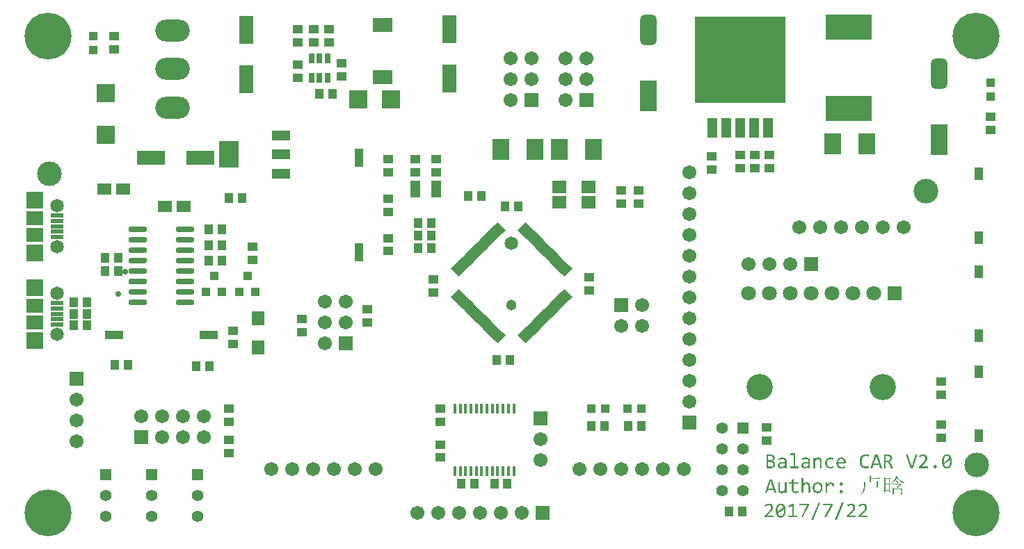
<source format=gts>
G04*
G04 #@! TF.GenerationSoftware,Altium Limited,Altium Designer,18.1.2 (67)*
G04*
G04 Layer_Color=8388736*
%FSLAX25Y25*%
%MOIN*%
G70*
G01*
G75*
%ADD41R,0.03937X0.03937*%
%ADD44R,0.03937X0.03937*%
%ADD58C,0.11811*%
%ADD59R,0.03950X0.05918*%
%ADD60R,0.04737X0.04343*%
%ADD61R,0.05918X0.06706*%
%ADD62R,0.04343X0.04737*%
%ADD63R,0.08280X0.06706*%
%ADD64R,0.06115X0.02375*%
G04:AMPARAMS|DCode=65|XSize=145.8mil|YSize=78.87mil|CornerRadius=21.72mil|HoleSize=0mil|Usage=FLASHONLY|Rotation=90.000|XOffset=0mil|YOffset=0mil|HoleType=Round|Shape=RoundedRectangle|*
%AMROUNDEDRECTD65*
21,1,0.14580,0.03543,0,0,90.0*
21,1,0.10236,0.07887,0,0,90.0*
1,1,0.04343,0.01772,0.05118*
1,1,0.04343,0.01772,-0.05118*
1,1,0.04343,-0.01772,-0.05118*
1,1,0.04343,-0.01772,0.05118*
%
%ADD65ROUNDEDRECTD65*%
%ADD66R,0.07887X0.14580*%
%ADD67R,0.06800X0.05800*%
%ADD68R,0.06706X0.13398*%
%ADD69R,0.13398X0.06706*%
%ADD70R,0.06706X0.05918*%
%ADD71R,0.08674X0.08674*%
%ADD72R,0.07887X0.09855*%
%ADD73R,0.22060X0.12217*%
%ADD74R,0.09461X0.07099*%
%ADD75R,0.03950X0.04343*%
%ADD76O,0.09068X0.02965*%
G04:AMPARAMS|DCode=77|XSize=55mil|YSize=20mil|CornerRadius=0mil|HoleSize=0mil|Usage=FLASHONLY|Rotation=225.000|XOffset=0mil|YOffset=0mil|HoleType=Round|Shape=Rectangle|*
%AMROTATEDRECTD77*
4,1,4,0.01237,0.02652,0.02652,0.01237,-0.01237,-0.02652,-0.02652,-0.01237,0.01237,0.02652,0.0*
%
%ADD77ROTATEDRECTD77*%

G04:AMPARAMS|DCode=78|XSize=55mil|YSize=20mil|CornerRadius=0mil|HoleSize=0mil|Usage=FLASHONLY|Rotation=135.000|XOffset=0mil|YOffset=0mil|HoleType=Round|Shape=Rectangle|*
%AMROTATEDRECTD78*
4,1,4,0.02652,-0.01237,0.01237,-0.02652,-0.02652,0.01237,-0.01237,0.02652,0.02652,-0.01237,0.0*
%
%ADD78ROTATEDRECTD78*%

%ADD79R,0.01800X0.04619*%
%ADD80R,0.43320X0.41784*%
%ADD81R,0.05013X0.09304*%
%ADD82R,0.03162X0.05131*%
%ADD83R,0.08800X0.04800*%
%ADD84R,0.09800X0.12800*%
%ADD85R,0.08674X0.04147*%
%ADD86R,0.04147X0.08674*%
%ADD87R,0.04737X0.07887*%
%ADD88C,0.06706*%
%ADD89R,0.06706X0.06706*%
%ADD90R,0.08280X0.07887*%
%ADD91C,0.06509*%
%ADD92C,0.05131*%
%ADD93R,0.08674X0.08674*%
%ADD94C,0.22453*%
%ADD95C,0.12611*%
%ADD96C,0.07099*%
%ADD97R,0.07099X0.07099*%
%ADD98C,0.05524*%
%ADD99R,0.05524X0.05524*%
%ADD100R,0.06706X0.06706*%
%ADD101O,0.16548X0.10642*%
%ADD102C,0.02800*%
G36*
X415772Y28233D02*
X415372Y27922D01*
Y27910D01*
Y27866D01*
Y27788D01*
Y27699D01*
Y27577D01*
Y27433D01*
Y27266D01*
Y27088D01*
Y26899D01*
Y26688D01*
Y26455D01*
Y26222D01*
Y25733D01*
X415383Y25211D01*
Y24677D01*
Y24166D01*
Y23655D01*
X415394Y23422D01*
Y23189D01*
Y22978D01*
Y22778D01*
Y22589D01*
X415405Y22422D01*
Y22267D01*
Y22144D01*
X415416Y22033D01*
Y21956D01*
X414805Y21678D01*
Y22433D01*
X413128D01*
Y21633D01*
X412516Y21278D01*
Y21300D01*
Y21355D01*
Y21444D01*
X412528Y21555D01*
Y21711D01*
Y21889D01*
X412539Y22100D01*
Y22333D01*
Y22589D01*
X412550Y22866D01*
Y23167D01*
Y23478D01*
X412561Y23811D01*
Y24166D01*
Y24522D01*
Y24900D01*
Y24911D01*
Y24922D01*
Y24988D01*
Y25100D01*
Y25244D01*
Y25422D01*
Y25633D01*
Y25866D01*
Y26133D01*
X412550Y26411D01*
Y26711D01*
Y27022D01*
X412539Y27344D01*
X412528Y28010D01*
X412516Y28677D01*
X413128Y28321D01*
X414761D01*
X415105Y28755D01*
X415772Y28233D01*
D02*
G37*
G36*
X406528Y29232D02*
X406173Y28921D01*
Y28155D01*
X409561D01*
X410139Y28677D01*
X410883Y27922D01*
X406173D01*
Y26433D01*
X408817D01*
X409128Y26833D01*
X409783Y26355D01*
X409472Y26122D01*
Y26111D01*
Y26055D01*
Y25977D01*
Y25877D01*
Y25755D01*
Y25622D01*
Y25466D01*
X409483Y25300D01*
Y24955D01*
X409495Y24600D01*
Y24433D01*
X409506Y24277D01*
Y24133D01*
X409517Y24000D01*
X408906Y23711D01*
Y24233D01*
X403406D01*
Y24211D01*
Y24166D01*
X403395Y24078D01*
X403384Y23966D01*
X403373Y23833D01*
X403351Y23677D01*
X403317Y23511D01*
X403284Y23322D01*
X403195Y22922D01*
X403084Y22500D01*
X402917Y22100D01*
X402829Y21911D01*
X402717Y21733D01*
X402706Y21722D01*
X402695Y21689D01*
X402662Y21644D01*
X402606Y21589D01*
X402551Y21511D01*
X402473Y21422D01*
X402395Y21322D01*
X402295Y21211D01*
X402184Y21100D01*
X402062Y20978D01*
X401918Y20856D01*
X401773Y20733D01*
X401618Y20600D01*
X401451Y20478D01*
X401262Y20356D01*
X401073Y20245D01*
X400984Y20367D01*
X400995Y20378D01*
X401018Y20400D01*
X401062Y20433D01*
X401118Y20489D01*
X401195Y20556D01*
X401273Y20633D01*
X401362Y20722D01*
X401462Y20822D01*
X401562Y20944D01*
X401673Y21067D01*
X401884Y21344D01*
X402106Y21655D01*
X402295Y22000D01*
X402306Y22011D01*
X402317Y22044D01*
X402340Y22100D01*
X402373Y22178D01*
X402406Y22267D01*
X402451Y22378D01*
X402495Y22511D01*
X402540Y22655D01*
X402584Y22822D01*
X402640Y23011D01*
X402673Y23211D01*
X402717Y23422D01*
X402751Y23644D01*
X402773Y23889D01*
X402795Y24144D01*
X402806Y24411D01*
Y24433D01*
Y24477D01*
Y24555D01*
Y24655D01*
Y24777D01*
Y24922D01*
X402817Y25089D01*
Y25266D01*
Y25455D01*
X402806Y25644D01*
Y26055D01*
X402795Y26455D01*
Y26644D01*
X402784Y26833D01*
X403451Y26433D01*
X405562D01*
Y28433D01*
Y28444D01*
Y28455D01*
Y28488D01*
Y28533D01*
Y28644D01*
Y28788D01*
X405550Y28966D01*
X405539Y29166D01*
X405528Y29377D01*
X405517Y29599D01*
X406528Y29232D01*
D02*
G37*
G36*
X419338Y29032D02*
X418894Y28833D01*
X418905Y28822D01*
X418927Y28788D01*
X418960Y28733D01*
X419016Y28666D01*
X419082Y28577D01*
X419160Y28477D01*
X419249Y28377D01*
X419360Y28255D01*
X419594Y27988D01*
X419860Y27722D01*
X420171Y27444D01*
X420494Y27188D01*
X420505Y27177D01*
X420538Y27166D01*
X420582Y27133D01*
X420649Y27088D01*
X420738Y27033D01*
X420838Y26977D01*
X420949Y26922D01*
X421071Y26855D01*
X421216Y26788D01*
X421360Y26722D01*
X421693Y26588D01*
X422038Y26477D01*
X422227Y26433D01*
X422415Y26399D01*
Y26233D01*
X422360D01*
X422316Y26222D01*
X422216Y26199D01*
X422093Y26166D01*
X421960Y26122D01*
X421827Y26055D01*
X421716Y25955D01*
X421627Y25833D01*
X421616D01*
X421593Y25844D01*
X421560Y25866D01*
X421504Y25899D01*
X421438Y25933D01*
X421360Y25977D01*
X421171Y26088D01*
X420949Y26233D01*
X420705Y26411D01*
X420438Y26622D01*
X420149Y26877D01*
X420138Y26888D01*
X420116Y26910D01*
X420071Y26955D01*
X420016Y27011D01*
X419949Y27077D01*
X419871Y27166D01*
X419782Y27255D01*
X419694Y27366D01*
X419583Y27488D01*
X419471Y27622D01*
X419238Y27922D01*
X418994Y28266D01*
X418760Y28633D01*
X418749Y28622D01*
X418727Y28577D01*
X418694Y28521D01*
X418638Y28444D01*
X418572Y28344D01*
X418494Y28221D01*
X418405Y28099D01*
X418305Y27955D01*
X418072Y27655D01*
X417816Y27322D01*
X417527Y26999D01*
X417216Y26688D01*
X417205Y26677D01*
X417183Y26655D01*
X417138Y26611D01*
X417072Y26555D01*
X416994Y26500D01*
X416905Y26422D01*
X416805Y26333D01*
X416694Y26244D01*
X416438Y26055D01*
X416161Y25855D01*
X415861Y25655D01*
X415550Y25477D01*
X415461Y25600D01*
X415472Y25611D01*
X415505Y25633D01*
X415550Y25666D01*
X415616Y25711D01*
X415694Y25777D01*
X415783Y25855D01*
X415883Y25944D01*
X416005Y26044D01*
X416127Y26155D01*
X416261Y26277D01*
X416394Y26422D01*
X416538Y26566D01*
X416849Y26888D01*
X417149Y27255D01*
X417161Y27266D01*
X417183Y27299D01*
X417227Y27355D01*
X417283Y27433D01*
X417360Y27533D01*
X417438Y27644D01*
X417527Y27777D01*
X417616Y27922D01*
X417727Y28088D01*
X417827Y28255D01*
X417938Y28444D01*
X418049Y28644D01*
X418260Y29066D01*
X418449Y29521D01*
X419338Y29032D01*
D02*
G37*
G36*
X418260Y27188D02*
X418327Y27155D01*
X418416Y27099D01*
X418538Y27033D01*
X418660Y26955D01*
X418794Y26877D01*
X418916Y26788D01*
X419027Y26700D01*
X419038Y26688D01*
X419071Y26666D01*
X419116Y26622D01*
X419160Y26566D01*
X419205Y26511D01*
X419249Y26444D01*
X419282Y26388D01*
X419294Y26322D01*
Y26311D01*
Y26288D01*
X419282Y26255D01*
X419271Y26211D01*
X419249Y26155D01*
X419216Y26100D01*
X419171Y26033D01*
X419116Y25955D01*
X419105Y25944D01*
X419082Y25922D01*
X419016Y25855D01*
X418927Y25788D01*
X418883Y25766D01*
X418849Y25755D01*
X418827D01*
X418805Y25777D01*
X418783Y25800D01*
X418749Y25833D01*
X418716Y25888D01*
X418694Y25966D01*
X418672Y26077D01*
Y26088D01*
X418660Y26100D01*
X418649Y26166D01*
X418605Y26266D01*
X418549Y26399D01*
X418471Y26566D01*
X418371Y26744D01*
X418249Y26922D01*
X418105Y27122D01*
X418238Y27199D01*
X418249D01*
X418260Y27188D01*
D02*
G37*
G36*
X387219Y26300D02*
X387275D01*
X387352Y26288D01*
X387530Y26244D01*
X387719Y26188D01*
X387908Y26100D01*
X388097Y25966D01*
X388186Y25888D01*
X388263Y25800D01*
X388286Y25777D01*
X388297Y25744D01*
X388330Y25711D01*
X388352Y25655D01*
X388386Y25589D01*
X388430Y25511D01*
X388463Y25422D01*
X388497Y25322D01*
X388530Y25222D01*
X388563Y25100D01*
X388597Y24966D01*
X388619Y24811D01*
X388630Y24655D01*
X388641Y24489D01*
Y24311D01*
X387763D01*
Y24322D01*
Y24344D01*
Y24377D01*
Y24422D01*
X387752Y24533D01*
X387741Y24666D01*
X387719Y24822D01*
X387686Y24977D01*
X387630Y25133D01*
X387563Y25255D01*
X387552Y25266D01*
X387530Y25300D01*
X387475Y25355D01*
X387408Y25411D01*
X387319Y25455D01*
X387219Y25511D01*
X387097Y25544D01*
X386952Y25555D01*
X386886D01*
X386852Y25544D01*
X386741Y25533D01*
X386608Y25488D01*
X386597D01*
X386575Y25477D01*
X386541Y25466D01*
X386497Y25444D01*
X386375Y25377D01*
X386241Y25289D01*
X386230Y25277D01*
X386208Y25266D01*
X386175Y25233D01*
X386119Y25200D01*
X385997Y25077D01*
X385841Y24933D01*
X385830Y24922D01*
X385808Y24900D01*
X385764Y24855D01*
X385708Y24789D01*
X385641Y24711D01*
X385564Y24633D01*
X385486Y24533D01*
X385397Y24422D01*
Y21200D01*
X384519D01*
Y26222D01*
X385308D01*
X385330Y25289D01*
Y25300D01*
X385353Y25311D01*
X385408Y25377D01*
X385497Y25466D01*
X385608Y25589D01*
X385741Y25711D01*
X385886Y25844D01*
X386041Y25966D01*
X386208Y26066D01*
X386230Y26077D01*
X386286Y26100D01*
X386364Y26144D01*
X386486Y26188D01*
X386608Y26233D01*
X386764Y26277D01*
X386919Y26300D01*
X387086Y26311D01*
X387163D01*
X387219Y26300D01*
D02*
G37*
G36*
X392063D02*
X392152Y26288D01*
X392252Y26244D01*
X392263D01*
X392274Y26233D01*
X392341Y26199D01*
X392419Y26144D01*
X392496Y26066D01*
X392518Y26044D01*
X392563Y26000D01*
X392618Y25922D01*
X392674Y25822D01*
Y25811D01*
X392685Y25800D01*
X392707Y25733D01*
X392730Y25644D01*
X392741Y25533D01*
Y25522D01*
Y25511D01*
X392730Y25433D01*
X392719Y25344D01*
X392674Y25233D01*
Y25222D01*
X392663Y25211D01*
X392630Y25155D01*
X392574Y25077D01*
X392496Y24988D01*
X392474Y24977D01*
X392430Y24933D01*
X392352Y24877D01*
X392252Y24833D01*
X392241D01*
X392230Y24822D01*
X392163Y24811D01*
X392074Y24789D01*
X391963Y24777D01*
X391941D01*
X391863Y24789D01*
X391774Y24800D01*
X391663Y24833D01*
X391652D01*
X391641Y24844D01*
X391585Y24877D01*
X391508Y24922D01*
X391419Y24988D01*
X391407Y25011D01*
X391363Y25066D01*
X391307Y25144D01*
X391263Y25233D01*
Y25244D01*
X391252Y25255D01*
X391241Y25322D01*
X391219Y25422D01*
X391208Y25533D01*
Y25544D01*
Y25555D01*
X391219Y25633D01*
X391230Y25722D01*
X391263Y25822D01*
Y25833D01*
X391274Y25844D01*
X391307Y25911D01*
X391352Y25988D01*
X391419Y26066D01*
X391441Y26088D01*
X391496Y26133D01*
X391574Y26188D01*
X391663Y26244D01*
X391674D01*
X391685Y26255D01*
X391752Y26277D01*
X391852Y26300D01*
X391963Y26311D01*
X391985D01*
X392063Y26300D01*
D02*
G37*
G36*
X420960Y25311D02*
X420527Y25155D01*
X419071Y23555D01*
X418449Y23677D01*
X419905Y25277D01*
X417960D01*
X417849Y25266D01*
X417716D01*
X417549Y25244D01*
X417372Y25222D01*
X417183Y25200D01*
X417005Y25155D01*
X416605Y25511D01*
X419905D01*
X420305Y25877D01*
X420960Y25311D01*
D02*
G37*
G36*
X421405Y23033D02*
X421049Y22800D01*
Y22778D01*
Y22733D01*
Y22644D01*
Y22533D01*
Y22400D01*
Y22255D01*
Y22089D01*
X421060Y21911D01*
Y21533D01*
X421071Y21167D01*
Y21000D01*
X421082Y20833D01*
Y20689D01*
X421093Y20567D01*
X420482Y20322D01*
Y20889D01*
X417227D01*
Y20489D01*
X416605Y20289D01*
Y20300D01*
Y20322D01*
Y20367D01*
X416616Y20422D01*
Y20500D01*
Y20578D01*
X416627Y20767D01*
X416638Y21000D01*
Y21244D01*
X416649Y21489D01*
Y21744D01*
Y21756D01*
Y21778D01*
Y21811D01*
Y21867D01*
Y21933D01*
Y22011D01*
Y22100D01*
Y22211D01*
X416638Y22333D01*
Y22467D01*
Y22611D01*
X416627Y22767D01*
Y22933D01*
X416616Y23111D01*
Y23311D01*
X416605Y23511D01*
X417227Y23200D01*
X420438D01*
X420827Y23555D01*
X421405Y23033D01*
D02*
G37*
G36*
X365821Y21200D02*
X365043D01*
X365010Y22000D01*
X364999Y21989D01*
X364977Y21956D01*
X364932Y21911D01*
X364877Y21856D01*
X364732Y21711D01*
X364577Y21567D01*
X364566Y21555D01*
X364544Y21544D01*
X364499Y21511D01*
X364455Y21467D01*
X364321Y21389D01*
X364177Y21300D01*
X364166D01*
X364144Y21289D01*
X364099Y21267D01*
X364055Y21244D01*
X363921Y21200D01*
X363777Y21156D01*
X363766D01*
X363744Y21145D01*
X363699D01*
X363644Y21133D01*
X363510Y21122D01*
X363344Y21111D01*
X363266D01*
X363221Y21122D01*
X363155D01*
X363077Y21133D01*
X362910Y21167D01*
X362721Y21222D01*
X362533Y21300D01*
X362344Y21411D01*
X362177Y21555D01*
X362166Y21578D01*
X362122Y21644D01*
X362055Y21744D01*
X361988Y21900D01*
X361911Y22089D01*
X361855Y22333D01*
X361810Y22611D01*
X361788Y22933D01*
Y26222D01*
X362655D01*
Y23000D01*
Y22989D01*
Y22955D01*
X362666Y22900D01*
Y22822D01*
X362677Y22733D01*
X362699Y22633D01*
X362766Y22433D01*
X362810Y22322D01*
X362866Y22222D01*
X362933Y22122D01*
X363021Y22033D01*
X363122Y21967D01*
X363232Y21900D01*
X363366Y21867D01*
X363521Y21856D01*
X363544D01*
X363621Y21867D01*
X363721Y21878D01*
X363832Y21900D01*
X363844D01*
X363855Y21911D01*
X363888Y21922D01*
X363932Y21933D01*
X364033Y21989D01*
X364155Y22055D01*
X364166Y22067D01*
X364188Y22078D01*
X364221Y22100D01*
X364266Y22144D01*
X364377Y22244D01*
X364510Y22378D01*
X364521Y22389D01*
X364544Y22411D01*
X364588Y22455D01*
X364644Y22522D01*
X364710Y22589D01*
X364788Y22678D01*
X364866Y22778D01*
X364955Y22889D01*
Y26222D01*
X365821D01*
Y21200D01*
D02*
G37*
G36*
X373920Y26211D02*
X373887Y25422D01*
X373898Y25433D01*
X373920Y25466D01*
X373965Y25511D01*
X374009Y25566D01*
X374143Y25699D01*
X374287Y25833D01*
X374298Y25844D01*
X374320Y25866D01*
X374365Y25899D01*
X374409Y25933D01*
X374531Y26022D01*
X374676Y26111D01*
X374687D01*
X374709Y26133D01*
X374754Y26144D01*
X374798Y26166D01*
X374931Y26211D01*
X375076Y26255D01*
X375087D01*
X375109Y26266D01*
X375154Y26277D01*
X375209Y26288D01*
X375354Y26300D01*
X375509Y26311D01*
X375587D01*
X375631Y26300D01*
X375698D01*
X375765Y26288D01*
X375942Y26255D01*
X376131Y26199D01*
X376320Y26111D01*
X376509Y26000D01*
X376676Y25844D01*
X376698Y25822D01*
X376742Y25755D01*
X376809Y25655D01*
X376887Y25500D01*
X376953Y25311D01*
X377020Y25066D01*
X377064Y24789D01*
X377087Y24466D01*
Y21200D01*
X376220D01*
Y24400D01*
Y24411D01*
Y24422D01*
Y24500D01*
X376209Y24600D01*
X376198Y24722D01*
X376165Y24866D01*
X376131Y25011D01*
X376076Y25144D01*
X375998Y25266D01*
X375987Y25277D01*
X375954Y25311D01*
X375909Y25355D01*
X375842Y25411D01*
X375753Y25466D01*
X375642Y25511D01*
X375520Y25544D01*
X375376Y25555D01*
X375309D01*
X375265Y25544D01*
X375165Y25533D01*
X375043Y25500D01*
X375031D01*
X375020Y25488D01*
X374987Y25477D01*
X374942Y25466D01*
X374843Y25411D01*
X374720Y25333D01*
X374709D01*
X374698Y25311D01*
X374665Y25289D01*
X374620Y25255D01*
X374509Y25155D01*
X374365Y25022D01*
X374354Y25011D01*
X374331Y24988D01*
X374287Y24944D01*
X374243Y24889D01*
X374176Y24811D01*
X374098Y24722D01*
X374009Y24633D01*
X373920Y24522D01*
Y21200D01*
X373054D01*
Y28266D01*
X373920D01*
Y26211D01*
D02*
G37*
G36*
X360933Y21200D02*
X359966D01*
X359511Y22622D01*
X356778D01*
X356322Y21200D01*
X355400D01*
X357566Y27733D01*
X358788D01*
X360933Y21200D01*
D02*
G37*
G36*
X369199Y26222D02*
X371465D01*
Y25488D01*
X369199D01*
Y22933D01*
Y22922D01*
Y22911D01*
Y22844D01*
X369210Y22755D01*
X369232Y22633D01*
X369265Y22500D01*
X369321Y22367D01*
X369388Y22244D01*
X369488Y22133D01*
X369499Y22122D01*
X369543Y22089D01*
X369610Y22044D01*
X369699Y22000D01*
X369821Y21956D01*
X369965Y21911D01*
X370132Y21878D01*
X370332Y21867D01*
X370487D01*
X370565Y21878D01*
X370665D01*
X370865Y21900D01*
X370876D01*
X370921Y21911D01*
X370976D01*
X371054Y21933D01*
X371143Y21944D01*
X371243Y21967D01*
X371465Y22022D01*
Y21267D01*
X371454D01*
X371410Y21256D01*
X371354Y21244D01*
X371276Y21233D01*
X371176Y21211D01*
X371076Y21200D01*
X370843Y21167D01*
X370787D01*
X370732Y21156D01*
X370643D01*
X370554Y21145D01*
X370443D01*
X370210Y21133D01*
X370121D01*
X370054Y21145D01*
X369976D01*
X369887Y21156D01*
X369676Y21189D01*
X369454Y21233D01*
X369221Y21311D01*
X368999Y21411D01*
X368887Y21478D01*
X368799Y21555D01*
X368776Y21578D01*
X368721Y21633D01*
X368654Y21733D01*
X368565Y21878D01*
X368477Y22067D01*
X368410Y22289D01*
X368354Y22555D01*
X368332Y22866D01*
Y25488D01*
X366932D01*
Y26222D01*
X368332D01*
Y27599D01*
X369199Y27833D01*
Y26222D01*
D02*
G37*
G36*
X392063Y22633D02*
X392152Y22622D01*
X392252Y22578D01*
X392263D01*
X392274Y22567D01*
X392341Y22533D01*
X392419Y22478D01*
X392496Y22400D01*
X392518Y22378D01*
X392563Y22333D01*
X392618Y22255D01*
X392674Y22155D01*
Y22144D01*
X392685Y22133D01*
X392707Y22067D01*
X392730Y21978D01*
X392741Y21867D01*
Y21856D01*
Y21844D01*
X392730Y21767D01*
X392719Y21678D01*
X392674Y21567D01*
Y21555D01*
X392663Y21544D01*
X392630Y21489D01*
X392574Y21411D01*
X392496Y21322D01*
X392474Y21311D01*
X392430Y21267D01*
X392352Y21211D01*
X392252Y21167D01*
X392241D01*
X392230Y21156D01*
X392163Y21145D01*
X392074Y21122D01*
X391963Y21111D01*
X391941D01*
X391863Y21122D01*
X391774Y21133D01*
X391663Y21167D01*
X391652D01*
X391641Y21178D01*
X391585Y21211D01*
X391508Y21256D01*
X391419Y21322D01*
X391407Y21344D01*
X391363Y21400D01*
X391307Y21478D01*
X391263Y21567D01*
Y21578D01*
X391252Y21589D01*
X391241Y21655D01*
X391219Y21756D01*
X391208Y21867D01*
Y21878D01*
Y21889D01*
X391219Y21967D01*
X391230Y22055D01*
X391263Y22155D01*
Y22167D01*
X391274Y22178D01*
X391307Y22244D01*
X391352Y22322D01*
X391419Y22400D01*
X391441Y22422D01*
X391496Y22467D01*
X391574Y22522D01*
X391663Y22578D01*
X391674D01*
X391685Y22589D01*
X391752Y22611D01*
X391852Y22633D01*
X391963Y22644D01*
X391985D01*
X392063Y22633D01*
D02*
G37*
G36*
X380942Y26300D02*
X381064Y26288D01*
X381220Y26266D01*
X381375Y26233D01*
X381542Y26188D01*
X381709Y26133D01*
X381731Y26122D01*
X381786Y26100D01*
X381864Y26066D01*
X381964Y26011D01*
X382075Y25944D01*
X382197Y25855D01*
X382319Y25755D01*
X382431Y25644D01*
X382442Y25633D01*
X382475Y25589D01*
X382531Y25522D01*
X382597Y25422D01*
X382675Y25311D01*
X382753Y25166D01*
X382820Y25011D01*
X382886Y24844D01*
X382897Y24822D01*
X382908Y24755D01*
X382942Y24655D01*
X382975Y24533D01*
X382997Y24366D01*
X383031Y24178D01*
X383042Y23966D01*
X383053Y23744D01*
Y23733D01*
Y23722D01*
Y23689D01*
Y23644D01*
X383042Y23533D01*
X383031Y23389D01*
X383008Y23222D01*
X382986Y23044D01*
X382942Y22855D01*
X382886Y22667D01*
X382875Y22644D01*
X382853Y22589D01*
X382820Y22500D01*
X382764Y22389D01*
X382697Y22255D01*
X382620Y22111D01*
X382520Y21967D01*
X382408Y21833D01*
X382397Y21822D01*
X382353Y21778D01*
X382286Y21711D01*
X382197Y21633D01*
X382086Y21555D01*
X381964Y21467D01*
X381808Y21378D01*
X381653Y21300D01*
X381631Y21289D01*
X381575Y21267D01*
X381486Y21244D01*
X381364Y21211D01*
X381208Y21167D01*
X381042Y21145D01*
X380853Y21122D01*
X380642Y21111D01*
X380553D01*
X380442Y21122D01*
X380320Y21133D01*
X380164Y21156D01*
X379997Y21178D01*
X379831Y21222D01*
X379664Y21278D01*
X379642Y21289D01*
X379598Y21311D01*
X379520Y21344D01*
X379420Y21400D01*
X379298Y21467D01*
X379187Y21555D01*
X379064Y21655D01*
X378942Y21767D01*
X378931Y21778D01*
X378898Y21822D01*
X378842Y21889D01*
X378775Y21989D01*
X378709Y22100D01*
X378631Y22244D01*
X378564Y22400D01*
X378498Y22567D01*
Y22578D01*
X378487Y22589D01*
X378475Y22655D01*
X378453Y22755D01*
X378420Y22889D01*
X378387Y23055D01*
X378364Y23244D01*
X378353Y23455D01*
X378342Y23677D01*
Y23689D01*
Y23700D01*
Y23733D01*
Y23777D01*
X378353Y23889D01*
X378364Y24022D01*
X378376Y24189D01*
X378409Y24366D01*
X378442Y24555D01*
X378498Y24733D01*
Y24744D01*
X378509Y24755D01*
X378531Y24811D01*
X378564Y24911D01*
X378620Y25022D01*
X378687Y25155D01*
X378775Y25289D01*
X378864Y25433D01*
X378975Y25566D01*
X378987Y25577D01*
X379031Y25622D01*
X379098Y25688D01*
X379187Y25766D01*
X379298Y25855D01*
X379431Y25944D01*
X379575Y26033D01*
X379731Y26111D01*
X379753Y26122D01*
X379809Y26144D01*
X379898Y26177D01*
X380020Y26211D01*
X380175Y26244D01*
X380342Y26277D01*
X380531Y26300D01*
X380742Y26311D01*
X380831D01*
X380942Y26300D01*
D02*
G37*
G36*
X404029Y39710D02*
X404162Y39699D01*
X404295Y39688D01*
X404595Y39644D01*
X404617D01*
X404662Y39633D01*
X404740Y39610D01*
X404840Y39588D01*
X404951Y39555D01*
X405073Y39511D01*
X405351Y39410D01*
Y38533D01*
X405339Y38544D01*
X405284Y38566D01*
X405217Y38600D01*
X405117Y38644D01*
X405006Y38688D01*
X404884Y38733D01*
X404606Y38822D01*
X404584D01*
X404540Y38844D01*
X404462Y38855D01*
X404362Y38877D01*
X404240Y38899D01*
X404095Y38910D01*
X403940Y38933D01*
X403695D01*
X403606Y38922D01*
X403495Y38910D01*
X403373Y38888D01*
X403229Y38855D01*
X403084Y38811D01*
X402940Y38755D01*
X402929Y38744D01*
X402884Y38722D01*
X402806Y38677D01*
X402729Y38622D01*
X402629Y38555D01*
X402518Y38466D01*
X402407Y38366D01*
X402307Y38244D01*
X402295Y38233D01*
X402262Y38188D01*
X402218Y38122D01*
X402162Y38022D01*
X402095Y37911D01*
X402029Y37766D01*
X401962Y37611D01*
X401906Y37444D01*
Y37422D01*
X401884Y37366D01*
X401862Y37266D01*
X401840Y37133D01*
X401818Y36977D01*
X401795Y36800D01*
X401784Y36600D01*
X401773Y36377D01*
Y36366D01*
Y36322D01*
Y36255D01*
X401784Y36166D01*
Y36066D01*
X401795Y35944D01*
X401818Y35811D01*
X401840Y35666D01*
X401895Y35355D01*
X401984Y35033D01*
X402118Y34733D01*
X402195Y34600D01*
X402284Y34466D01*
X402295Y34455D01*
X402307Y34444D01*
X402340Y34411D01*
X402384Y34367D01*
X402429Y34322D01*
X402495Y34267D01*
X402573Y34200D01*
X402662Y34144D01*
X402762Y34089D01*
X402873Y34022D01*
X403006Y33967D01*
X403140Y33922D01*
X403284Y33878D01*
X403440Y33856D01*
X403617Y33833D01*
X403795Y33822D01*
X403951D01*
X404051Y33833D01*
X404173Y33844D01*
X404306Y33856D01*
X404595Y33911D01*
X404617D01*
X404662Y33933D01*
X404740Y33955D01*
X404840Y33989D01*
X404951Y34022D01*
X405073Y34067D01*
X405351Y34189D01*
Y33344D01*
X405339D01*
X405317Y33333D01*
X405273Y33311D01*
X405217Y33300D01*
X405139Y33267D01*
X405051Y33244D01*
X404962Y33211D01*
X404851Y33189D01*
X404595Y33122D01*
X404317Y33078D01*
X404017Y33033D01*
X403695Y33022D01*
X403640D01*
X403562Y33033D01*
X403462D01*
X403351Y33044D01*
X403218Y33067D01*
X403073Y33089D01*
X402906Y33122D01*
X402740Y33167D01*
X402562Y33222D01*
X402384Y33289D01*
X402207Y33367D01*
X402040Y33467D01*
X401873Y33578D01*
X401707Y33700D01*
X401562Y33844D01*
X401551Y33856D01*
X401529Y33889D01*
X401496Y33933D01*
X401451Y34000D01*
X401396Y34089D01*
X401329Y34189D01*
X401262Y34322D01*
X401195Y34466D01*
X401129Y34622D01*
X401062Y34811D01*
X400995Y35011D01*
X400940Y35222D01*
X400896Y35466D01*
X400862Y35722D01*
X400840Y36000D01*
X400829Y36289D01*
Y36300D01*
Y36322D01*
Y36366D01*
Y36422D01*
X400840Y36489D01*
Y36577D01*
X400851Y36766D01*
X400873Y36977D01*
X400918Y37222D01*
X400962Y37466D01*
X401029Y37711D01*
Y37722D01*
X401040Y37744D01*
X401051Y37777D01*
X401062Y37822D01*
X401118Y37933D01*
X401173Y38088D01*
X401262Y38255D01*
X401362Y38433D01*
X401473Y38622D01*
X401607Y38788D01*
X401629Y38811D01*
X401673Y38866D01*
X401762Y38944D01*
X401873Y39044D01*
X402006Y39155D01*
X402162Y39266D01*
X402340Y39377D01*
X402529Y39477D01*
X402540D01*
X402551Y39488D01*
X402584Y39499D01*
X402629Y39511D01*
X402740Y39555D01*
X402884Y39599D01*
X403062Y39644D01*
X403273Y39688D01*
X403506Y39710D01*
X403751Y39722D01*
X403917D01*
X404029Y39710D01*
D02*
G37*
G36*
X381231Y38199D02*
X381286D01*
X381364Y38188D01*
X381542Y38155D01*
X381731Y38100D01*
X381920Y38011D01*
X382108Y37900D01*
X382275Y37744D01*
X382297Y37722D01*
X382342Y37655D01*
X382397Y37555D01*
X382475Y37400D01*
X382553Y37211D01*
X382609Y36966D01*
X382653Y36689D01*
X382675Y36366D01*
Y33100D01*
X381808D01*
Y36300D01*
Y36311D01*
Y36322D01*
Y36355D01*
Y36400D01*
X381797Y36500D01*
X381786Y36633D01*
X381753Y36766D01*
X381720Y36911D01*
X381664Y37055D01*
X381586Y37166D01*
X381575Y37177D01*
X381542Y37211D01*
X381498Y37255D01*
X381420Y37311D01*
X381331Y37366D01*
X381220Y37411D01*
X381086Y37444D01*
X380931Y37455D01*
X380875D01*
X380831Y37444D01*
X380720Y37433D01*
X380609Y37400D01*
X380598D01*
X380586Y37389D01*
X380520Y37366D01*
X380420Y37311D01*
X380298Y37233D01*
X380287D01*
X380264Y37211D01*
X380231Y37189D01*
X380187Y37155D01*
X380075Y37055D01*
X379931Y36922D01*
X379920Y36911D01*
X379898Y36889D01*
X379864Y36844D01*
X379809Y36788D01*
X379742Y36711D01*
X379675Y36622D01*
X379598Y36533D01*
X379509Y36422D01*
Y33100D01*
X378642D01*
Y38122D01*
X379409D01*
X379442Y37311D01*
X379453Y37322D01*
X379475Y37355D01*
X379520Y37400D01*
X379575Y37455D01*
X379720Y37600D01*
X379864Y37733D01*
X379875Y37744D01*
X379898Y37766D01*
X379942Y37800D01*
X379998Y37833D01*
X380120Y37922D01*
X380264Y38011D01*
X380275D01*
X380298Y38033D01*
X380342Y38044D01*
X380386Y38077D01*
X380520Y38122D01*
X380664Y38166D01*
X380675D01*
X380697Y38177D01*
X380742D01*
X380798Y38188D01*
X380942Y38199D01*
X381098Y38211D01*
X381175D01*
X381231Y38199D01*
D02*
G37*
G36*
X387019Y38177D02*
X387141D01*
X387263Y38166D01*
X387519Y38133D01*
X387530D01*
X387575Y38122D01*
X387641Y38111D01*
X387730Y38088D01*
X387830Y38066D01*
X387941Y38033D01*
X388175Y37955D01*
Y37122D01*
X388163Y37133D01*
X388119Y37144D01*
X388052Y37177D01*
X387964Y37211D01*
X387863Y37255D01*
X387752Y37300D01*
X387508Y37366D01*
X387497D01*
X387452Y37377D01*
X387386Y37389D01*
X387297Y37411D01*
X387186Y37422D01*
X387075Y37433D01*
X386808Y37444D01*
X386753D01*
X386686Y37433D01*
X386608D01*
X386508Y37411D01*
X386397Y37389D01*
X386286Y37355D01*
X386175Y37311D01*
X386164D01*
X386130Y37288D01*
X386064Y37255D01*
X385997Y37222D01*
X385919Y37166D01*
X385830Y37100D01*
X385741Y37033D01*
X385653Y36944D01*
X385642Y36933D01*
X385619Y36900D01*
X385575Y36855D01*
X385530Y36788D01*
X385464Y36700D01*
X385408Y36600D01*
X385353Y36489D01*
X385297Y36366D01*
Y36355D01*
X385275Y36311D01*
X385264Y36233D01*
X385242Y36144D01*
X385219Y36022D01*
X385197Y35889D01*
X385186Y35744D01*
X385175Y35577D01*
Y35566D01*
Y35533D01*
Y35489D01*
X385186Y35433D01*
Y35355D01*
X385197Y35266D01*
X385230Y35067D01*
X385286Y34855D01*
X385353Y34622D01*
X385464Y34411D01*
X385608Y34222D01*
X385630Y34200D01*
X385686Y34155D01*
X385786Y34078D01*
X385930Y34000D01*
X386108Y33922D01*
X386319Y33844D01*
X386564Y33800D01*
X386841Y33778D01*
X386975D01*
X387064Y33789D01*
X387164Y33800D01*
X387286Y33811D01*
X387530Y33856D01*
X387541D01*
X387586Y33867D01*
X387652Y33889D01*
X387741Y33911D01*
X387830Y33944D01*
X387941Y33989D01*
X388175Y34100D01*
Y33289D01*
X388163D01*
X388119Y33267D01*
X388052Y33244D01*
X387964Y33211D01*
X387852Y33189D01*
X387730Y33156D01*
X387475Y33100D01*
X387463D01*
X387408Y33089D01*
X387341Y33078D01*
X387252Y33067D01*
X387141Y33056D01*
X387008Y33044D01*
X386730Y33033D01*
X386619D01*
X386530Y33044D01*
X386430Y33056D01*
X386319Y33067D01*
X386197Y33089D01*
X386053Y33111D01*
X385764Y33189D01*
X385608Y33244D01*
X385453Y33311D01*
X385308Y33378D01*
X385164Y33467D01*
X385019Y33567D01*
X384897Y33678D01*
X384886Y33689D01*
X384875Y33711D01*
X384842Y33744D01*
X384797Y33800D01*
X384753Y33867D01*
X384697Y33944D01*
X384642Y34044D01*
X384586Y34155D01*
X384519Y34278D01*
X384464Y34422D01*
X384408Y34578D01*
X384364Y34744D01*
X384319Y34922D01*
X384286Y35122D01*
X384275Y35333D01*
X384264Y35555D01*
Y35566D01*
Y35577D01*
Y35611D01*
Y35655D01*
X384275Y35766D01*
X384286Y35911D01*
X384308Y36077D01*
X384342Y36266D01*
X384386Y36455D01*
X384442Y36633D01*
Y36644D01*
X384453Y36655D01*
X384475Y36711D01*
X384519Y36811D01*
X384575Y36922D01*
X384653Y37055D01*
X384742Y37189D01*
X384842Y37333D01*
X384964Y37466D01*
X384975Y37477D01*
X385019Y37522D01*
X385097Y37588D01*
X385186Y37666D01*
X385308Y37744D01*
X385441Y37833D01*
X385597Y37922D01*
X385764Y37999D01*
X385786Y38011D01*
X385841Y38033D01*
X385942Y38055D01*
X386064Y38100D01*
X386219Y38133D01*
X386397Y38155D01*
X386586Y38177D01*
X386786Y38188D01*
X386930D01*
X387019Y38177D01*
D02*
G37*
G36*
X426293Y33100D02*
X425093D01*
X422927Y39633D01*
X423938D01*
X425338Y35222D01*
X425737Y33933D01*
X426149Y35222D01*
X427560Y39633D01*
X428515D01*
X426293Y33100D01*
D02*
G37*
G36*
X431415Y39722D02*
X431526D01*
X431648Y39699D01*
X431781Y39677D01*
X431926Y39644D01*
X432059Y39599D01*
X432070Y39588D01*
X432115Y39577D01*
X432181Y39544D01*
X432270Y39499D01*
X432370Y39444D01*
X432470Y39388D01*
X432670Y39222D01*
X432681Y39211D01*
X432715Y39177D01*
X432759Y39122D01*
X432826Y39055D01*
X432892Y38966D01*
X432959Y38866D01*
X433026Y38755D01*
X433081Y38622D01*
X433092Y38611D01*
X433103Y38555D01*
X433126Y38488D01*
X433159Y38388D01*
X433181Y38266D01*
X433203Y38133D01*
X433215Y37988D01*
X433226Y37822D01*
Y37811D01*
Y37755D01*
Y37688D01*
X433215Y37588D01*
X433203Y37488D01*
X433181Y37366D01*
X433126Y37122D01*
Y37111D01*
X433103Y37066D01*
X433081Y37000D01*
X433048Y36922D01*
X433003Y36822D01*
X432948Y36711D01*
X432815Y36477D01*
X432803Y36466D01*
X432781Y36422D01*
X432737Y36366D01*
X432681Y36277D01*
X432604Y36178D01*
X432515Y36066D01*
X432415Y35944D01*
X432303Y35822D01*
X432292Y35811D01*
X432248Y35766D01*
X432181Y35700D01*
X432103Y35611D01*
X431992Y35500D01*
X431870Y35378D01*
X431737Y35233D01*
X431581Y35089D01*
X430404Y33933D01*
X433581D01*
Y33100D01*
X429271D01*
Y33878D01*
X430948Y35555D01*
X430970Y35577D01*
X431015Y35622D01*
X431093Y35700D01*
X431192Y35800D01*
X431304Y35911D01*
X431415Y36033D01*
X431526Y36155D01*
X431626Y36266D01*
X431637Y36277D01*
X431670Y36322D01*
X431715Y36377D01*
X431770Y36444D01*
X431837Y36533D01*
X431904Y36622D01*
X432026Y36811D01*
X432037Y36822D01*
X432048Y36855D01*
X432081Y36900D01*
X432115Y36966D01*
X432181Y37111D01*
X432226Y37277D01*
Y37288D01*
X432237Y37322D01*
X432248Y37366D01*
X432259Y37422D01*
Y37488D01*
X432270Y37577D01*
X432281Y37755D01*
Y37766D01*
Y37800D01*
Y37844D01*
X432270Y37900D01*
X432259Y38055D01*
X432215Y38211D01*
Y38222D01*
X432203Y38244D01*
X432192Y38288D01*
X432170Y38344D01*
X432103Y38466D01*
X432015Y38600D01*
X432003Y38611D01*
X431992Y38633D01*
X431959Y38655D01*
X431926Y38699D01*
X431804Y38777D01*
X431659Y38866D01*
X431648D01*
X431626Y38877D01*
X431581Y38899D01*
X431515Y38922D01*
X431437Y38933D01*
X431359Y38955D01*
X431259Y38966D01*
X431081D01*
X431004Y38955D01*
X430904Y38944D01*
X430781Y38922D01*
X430659Y38888D01*
X430526Y38844D01*
X430393Y38777D01*
X430381Y38766D01*
X430337Y38744D01*
X430270Y38699D01*
X430182Y38644D01*
X430093Y38577D01*
X429982Y38500D01*
X429881Y38399D01*
X429770Y38300D01*
X429293Y38866D01*
X429315Y38888D01*
X429359Y38933D01*
X429437Y38999D01*
X429537Y39088D01*
X429659Y39188D01*
X429804Y39288D01*
X429959Y39399D01*
X430137Y39488D01*
X430148D01*
X430159Y39499D01*
X430226Y39522D01*
X430326Y39566D01*
X430459Y39610D01*
X430626Y39655D01*
X430815Y39699D01*
X431026Y39722D01*
X431259Y39733D01*
X431337D01*
X431415Y39722D01*
D02*
G37*
G36*
X414439Y39622D02*
X414572D01*
X414727Y39599D01*
X414894Y39577D01*
X415061Y39544D01*
X415216Y39499D01*
X415239D01*
X415283Y39477D01*
X415361Y39444D01*
X415450Y39410D01*
X415561Y39366D01*
X415672Y39299D01*
X415783Y39233D01*
X415883Y39155D01*
X415894Y39144D01*
X415927Y39110D01*
X415972Y39066D01*
X416027Y38999D01*
X416094Y38922D01*
X416161Y38833D01*
X416216Y38722D01*
X416272Y38611D01*
X416283Y38600D01*
X416294Y38555D01*
X416316Y38488D01*
X416338Y38399D01*
X416361Y38300D01*
X416383Y38177D01*
X416405Y38055D01*
Y37911D01*
Y37900D01*
Y37855D01*
Y37800D01*
X416394Y37722D01*
X416383Y37633D01*
X416361Y37533D01*
X416305Y37322D01*
Y37311D01*
X416294Y37277D01*
X416272Y37222D01*
X416238Y37166D01*
X416161Y37000D01*
X416039Y36833D01*
X416027Y36822D01*
X416005Y36800D01*
X415972Y36755D01*
X415916Y36700D01*
X415850Y36644D01*
X415772Y36577D01*
X415594Y36444D01*
X415583Y36433D01*
X415550Y36422D01*
X415494Y36389D01*
X415427Y36355D01*
X415339Y36322D01*
X415239Y36277D01*
X415116Y36244D01*
X414994Y36211D01*
X415005D01*
X415039Y36189D01*
X415094Y36166D01*
X415161Y36133D01*
X415227Y36089D01*
X415305Y36022D01*
X415383Y35955D01*
X415461Y35866D01*
X415472Y35855D01*
X415494Y35822D01*
X415539Y35778D01*
X415583Y35700D01*
X415650Y35611D01*
X415716Y35511D01*
X415783Y35378D01*
X415861Y35244D01*
X416905Y33100D01*
X415894D01*
X414916Y35189D01*
Y35200D01*
X414894Y35233D01*
X414872Y35266D01*
X414850Y35322D01*
X414772Y35455D01*
X414683Y35577D01*
Y35589D01*
X414661Y35611D01*
X414616Y35677D01*
X414539Y35755D01*
X414439Y35833D01*
X414428D01*
X414416Y35844D01*
X414350Y35889D01*
X414261Y35922D01*
X414150Y35966D01*
X414139D01*
X414127Y35978D01*
X414094D01*
X414050Y35989D01*
X413939Y36000D01*
X413794Y36011D01*
X413383D01*
Y33100D01*
X412494D01*
Y39633D01*
X414339D01*
X414439Y39622D01*
D02*
G37*
G36*
X411583Y33100D02*
X410617D01*
X410161Y34522D01*
X407428D01*
X406973Y33100D01*
X406051D01*
X408217Y39633D01*
X409439D01*
X411583Y33100D01*
D02*
G37*
G36*
X375331Y38199D02*
X375454Y38188D01*
X375598Y38166D01*
X375876Y38111D01*
X375887D01*
X375942Y38088D01*
X376009Y38066D01*
X376087Y38033D01*
X376187Y37988D01*
X376287Y37933D01*
X376387Y37877D01*
X376487Y37800D01*
X376498Y37788D01*
X376531Y37766D01*
X376576Y37722D01*
X376631Y37666D01*
X376698Y37588D01*
X376765Y37500D01*
X376820Y37400D01*
X376876Y37288D01*
X376887Y37277D01*
X376898Y37233D01*
X376920Y37166D01*
X376954Y37077D01*
X376976Y36977D01*
X376998Y36844D01*
X377009Y36711D01*
X377020Y36555D01*
Y33100D01*
X376231D01*
X376209Y33767D01*
X376187Y33744D01*
X376142Y33700D01*
X376054Y33633D01*
X375954Y33544D01*
X375820Y33456D01*
X375687Y33356D01*
X375531Y33267D01*
X375376Y33189D01*
X375354Y33178D01*
X375298Y33167D01*
X375220Y33133D01*
X375109Y33100D01*
X374976Y33067D01*
X374820Y33044D01*
X374665Y33022D01*
X374487Y33011D01*
X374420D01*
X374343Y33022D01*
X374243D01*
X374120Y33033D01*
X373998Y33056D01*
X373754Y33111D01*
X373743D01*
X373709Y33133D01*
X373654Y33156D01*
X373576Y33189D01*
X373421Y33289D01*
X373254Y33411D01*
X373243Y33422D01*
X373220Y33444D01*
X373187Y33489D01*
X373143Y33544D01*
X373098Y33611D01*
X373043Y33689D01*
X372965Y33867D01*
Y33878D01*
X372954Y33911D01*
X372943Y33967D01*
X372920Y34033D01*
X372909Y34122D01*
X372887Y34222D01*
X372876Y34433D01*
Y34444D01*
Y34466D01*
Y34511D01*
X372887Y34555D01*
X372898Y34622D01*
X372909Y34700D01*
X372943Y34866D01*
X373009Y35055D01*
X373109Y35255D01*
X373176Y35355D01*
X373254Y35444D01*
X373332Y35533D01*
X373432Y35622D01*
X373443D01*
X373454Y35644D01*
X373487Y35666D01*
X373543Y35689D01*
X373598Y35722D01*
X373665Y35755D01*
X373754Y35800D01*
X373854Y35844D01*
X373965Y35877D01*
X374087Y35922D01*
X374220Y35955D01*
X374376Y35989D01*
X374532Y36011D01*
X374709Y36033D01*
X374898Y36055D01*
X376142D01*
Y36489D01*
Y36511D01*
Y36566D01*
X376131Y36644D01*
X376109Y36744D01*
X376076Y36855D01*
X376020Y36977D01*
X375954Y37089D01*
X375854Y37200D01*
X375842Y37211D01*
X375798Y37244D01*
X375731Y37288D01*
X375642Y37333D01*
X375520Y37377D01*
X375365Y37422D01*
X375187Y37455D01*
X374987Y37466D01*
X374832D01*
X374720Y37455D01*
X374587Y37444D01*
X374454Y37422D01*
X374143Y37366D01*
X374120D01*
X374076Y37344D01*
X373987Y37322D01*
X373887Y37300D01*
X373754Y37255D01*
X373609Y37211D01*
X373454Y37155D01*
X373298Y37100D01*
Y37888D01*
X373309D01*
X373332Y37900D01*
X373354Y37911D01*
X373398Y37922D01*
X373509Y37955D01*
X373654Y37999D01*
X373665D01*
X373687Y38011D01*
X373732Y38022D01*
X373787Y38033D01*
X373932Y38066D01*
X374087Y38100D01*
X374098D01*
X374131Y38111D01*
X374176Y38122D01*
X374232Y38133D01*
X374298Y38144D01*
X374376Y38155D01*
X374554Y38177D01*
X374565D01*
X374598Y38188D01*
X374643D01*
X374709Y38199D01*
X374787D01*
X374865Y38211D01*
X375220D01*
X375331Y38199D01*
D02*
G37*
G36*
X369954Y33822D02*
X371454D01*
Y33100D01*
X367432D01*
Y33822D01*
X369076D01*
Y39455D01*
X367599D01*
Y40166D01*
X369954D01*
Y33822D01*
D02*
G37*
G36*
X364066Y38199D02*
X364188Y38188D01*
X364333Y38166D01*
X364610Y38111D01*
X364621D01*
X364677Y38088D01*
X364744Y38066D01*
X364821Y38033D01*
X364921Y37988D01*
X365021Y37933D01*
X365121Y37877D01*
X365221Y37800D01*
X365232Y37788D01*
X365266Y37766D01*
X365310Y37722D01*
X365366Y37666D01*
X365432Y37588D01*
X365499Y37500D01*
X365555Y37400D01*
X365610Y37288D01*
X365621Y37277D01*
X365632Y37233D01*
X365655Y37166D01*
X365688Y37077D01*
X365710Y36977D01*
X365732Y36844D01*
X365743Y36711D01*
X365755Y36555D01*
Y33100D01*
X364966D01*
X364944Y33767D01*
X364921Y33744D01*
X364877Y33700D01*
X364788Y33633D01*
X364688Y33544D01*
X364555Y33456D01*
X364421Y33356D01*
X364266Y33267D01*
X364110Y33189D01*
X364088Y33178D01*
X364033Y33167D01*
X363955Y33133D01*
X363844Y33100D01*
X363710Y33067D01*
X363555Y33044D01*
X363399Y33022D01*
X363222Y33011D01*
X363155D01*
X363077Y33022D01*
X362977D01*
X362855Y33033D01*
X362733Y33056D01*
X362488Y33111D01*
X362477D01*
X362444Y33133D01*
X362388Y33156D01*
X362311Y33189D01*
X362155Y33289D01*
X361988Y33411D01*
X361977Y33422D01*
X361955Y33444D01*
X361922Y33489D01*
X361877Y33544D01*
X361833Y33611D01*
X361777Y33689D01*
X361699Y33867D01*
Y33878D01*
X361688Y33911D01*
X361677Y33967D01*
X361655Y34033D01*
X361644Y34122D01*
X361622Y34222D01*
X361611Y34433D01*
Y34444D01*
Y34466D01*
Y34511D01*
X361622Y34555D01*
X361633Y34622D01*
X361644Y34700D01*
X361677Y34866D01*
X361744Y35055D01*
X361844Y35255D01*
X361911Y35355D01*
X361988Y35444D01*
X362066Y35533D01*
X362166Y35622D01*
X362177D01*
X362188Y35644D01*
X362222Y35666D01*
X362277Y35689D01*
X362333Y35722D01*
X362399Y35755D01*
X362488Y35800D01*
X362588Y35844D01*
X362699Y35877D01*
X362822Y35922D01*
X362955Y35955D01*
X363110Y35989D01*
X363266Y36011D01*
X363444Y36033D01*
X363633Y36055D01*
X364877D01*
Y36489D01*
Y36511D01*
Y36566D01*
X364866Y36644D01*
X364844Y36744D01*
X364810Y36855D01*
X364755Y36977D01*
X364688Y37089D01*
X364588Y37200D01*
X364577Y37211D01*
X364532Y37244D01*
X364466Y37288D01*
X364377Y37333D01*
X364255Y37377D01*
X364099Y37422D01*
X363921Y37455D01*
X363721Y37466D01*
X363566D01*
X363455Y37455D01*
X363321Y37444D01*
X363188Y37422D01*
X362877Y37366D01*
X362855D01*
X362810Y37344D01*
X362722Y37322D01*
X362622Y37300D01*
X362488Y37255D01*
X362344Y37211D01*
X362188Y37155D01*
X362033Y37100D01*
Y37888D01*
X362044D01*
X362066Y37900D01*
X362088Y37911D01*
X362133Y37922D01*
X362244Y37955D01*
X362388Y37999D01*
X362399D01*
X362422Y38011D01*
X362466Y38022D01*
X362522Y38033D01*
X362666Y38066D01*
X362822Y38100D01*
X362833D01*
X362866Y38111D01*
X362910Y38122D01*
X362966Y38133D01*
X363033Y38144D01*
X363110Y38155D01*
X363288Y38177D01*
X363299D01*
X363333Y38188D01*
X363377D01*
X363444Y38199D01*
X363522D01*
X363599Y38211D01*
X363955D01*
X364066Y38199D01*
D02*
G37*
G36*
X358144Y39622D02*
X358278Y39610D01*
X358444Y39588D01*
X358622Y39544D01*
X358822Y39499D01*
X359022Y39433D01*
X359222Y39355D01*
X359422Y39244D01*
X359600Y39122D01*
X359766Y38966D01*
X359900Y38777D01*
X360011Y38566D01*
X360077Y38322D01*
X360088Y38188D01*
X360100Y38044D01*
Y38033D01*
Y38022D01*
Y37955D01*
X360088Y37855D01*
X360066Y37733D01*
X360033Y37588D01*
X359988Y37433D01*
X359933Y37277D01*
X359844Y37133D01*
X359833Y37122D01*
X359800Y37066D01*
X359733Y37000D01*
X359655Y36922D01*
X359544Y36833D01*
X359400Y36733D01*
X359233Y36644D01*
X359033Y36566D01*
X359044D01*
X359078Y36555D01*
X359133Y36544D01*
X359200Y36533D01*
X359355Y36477D01*
X359533Y36400D01*
X359544D01*
X359577Y36377D01*
X359622Y36355D01*
X359677Y36311D01*
X359811Y36222D01*
X359944Y36089D01*
X359955Y36077D01*
X359977Y36055D01*
X360011Y36011D01*
X360044Y35966D01*
X360088Y35900D01*
X360133Y35822D01*
X360222Y35633D01*
Y35622D01*
X360244Y35589D01*
X360255Y35533D01*
X360277Y35466D01*
X360300Y35378D01*
X360311Y35278D01*
X360333Y35055D01*
Y35033D01*
Y34978D01*
X360322Y34889D01*
X360311Y34767D01*
X360289Y34644D01*
X360255Y34500D01*
X360211Y34355D01*
X360144Y34211D01*
X360133Y34200D01*
X360111Y34155D01*
X360066Y34089D01*
X360011Y34000D01*
X359944Y33911D01*
X359855Y33800D01*
X359755Y33700D01*
X359633Y33600D01*
X359622Y33589D01*
X359577Y33555D01*
X359500Y33511D01*
X359411Y33467D01*
X359289Y33400D01*
X359155Y33333D01*
X359000Y33278D01*
X358822Y33222D01*
X358800D01*
X358744Y33200D01*
X358644Y33189D01*
X358522Y33167D01*
X358366Y33144D01*
X358189Y33122D01*
X357989Y33111D01*
X357778Y33100D01*
X356100D01*
Y39633D01*
X358033D01*
X358144Y39622D01*
D02*
G37*
G36*
X442858Y39722D02*
X442980Y39710D01*
X443125Y39688D01*
X443291Y39644D01*
X443447Y39599D01*
X443613Y39533D01*
X443636Y39522D01*
X443691Y39499D01*
X443769Y39444D01*
X443869Y39377D01*
X443980Y39299D01*
X444102Y39188D01*
X444225Y39066D01*
X444347Y38922D01*
X444358Y38899D01*
X444402Y38844D01*
X444458Y38755D01*
X444524Y38633D01*
X444602Y38488D01*
X444680Y38300D01*
X444758Y38100D01*
X444825Y37866D01*
Y37855D01*
X444836Y37833D01*
Y37800D01*
X444847Y37755D01*
X444869Y37688D01*
X444880Y37622D01*
X444891Y37533D01*
X444913Y37444D01*
X444936Y37222D01*
X444969Y36966D01*
X444980Y36677D01*
X444991Y36366D01*
Y36355D01*
Y36333D01*
Y36289D01*
Y36244D01*
Y36178D01*
X444980Y36100D01*
X444969Y35911D01*
X444958Y35700D01*
X444924Y35466D01*
X444891Y35222D01*
X444836Y34989D01*
Y34978D01*
X444825Y34966D01*
Y34933D01*
X444813Y34889D01*
X444769Y34778D01*
X444725Y34633D01*
X444658Y34466D01*
X444580Y34289D01*
X444491Y34111D01*
X444380Y33933D01*
X444369Y33911D01*
X444324Y33856D01*
X444258Y33778D01*
X444169Y33678D01*
X444069Y33567D01*
X443936Y33456D01*
X443791Y33344D01*
X443625Y33244D01*
X443602Y33233D01*
X443547Y33211D01*
X443447Y33167D01*
X443325Y33133D01*
X443169Y33089D01*
X442991Y33044D01*
X442791Y33022D01*
X442569Y33011D01*
X442480D01*
X442380Y33022D01*
X442247Y33033D01*
X442102Y33056D01*
X441936Y33089D01*
X441769Y33133D01*
X441603Y33200D01*
X441580Y33211D01*
X441536Y33233D01*
X441458Y33289D01*
X441358Y33356D01*
X441236Y33433D01*
X441114Y33544D01*
X440991Y33667D01*
X440869Y33811D01*
X440858Y33833D01*
X440825Y33889D01*
X440769Y33978D01*
X440703Y34100D01*
X440625Y34244D01*
X440547Y34422D01*
X440469Y34633D01*
X440403Y34855D01*
Y34866D01*
X440392Y34889D01*
Y34922D01*
X440380Y34966D01*
X440369Y35033D01*
X440358Y35100D01*
X440336Y35189D01*
X440325Y35278D01*
X440292Y35500D01*
X440269Y35755D01*
X440258Y36055D01*
X440247Y36366D01*
Y36377D01*
Y36400D01*
Y36444D01*
Y36489D01*
Y36555D01*
X440258Y36633D01*
X440269Y36822D01*
X440280Y37033D01*
X440314Y37255D01*
X440347Y37500D01*
X440392Y37733D01*
Y37744D01*
X440403Y37766D01*
X440414Y37788D01*
X440425Y37833D01*
X440458Y37955D01*
X440503Y38100D01*
X440569Y38266D01*
X440647Y38444D01*
X440747Y38622D01*
X440847Y38799D01*
X440858Y38822D01*
X440903Y38877D01*
X440969Y38955D01*
X441058Y39055D01*
X441158Y39166D01*
X441292Y39277D01*
X441436Y39388D01*
X441603Y39488D01*
X441625Y39499D01*
X441680Y39522D01*
X441780Y39566D01*
X441902Y39610D01*
X442058Y39655D01*
X442247Y39699D01*
X442447Y39722D01*
X442669Y39733D01*
X442758D01*
X442858Y39722D01*
D02*
G37*
G36*
X437036Y34666D02*
X437148Y34655D01*
X437259Y34611D01*
X437270D01*
X437281Y34600D01*
X437347Y34567D01*
X437436Y34500D01*
X437525Y34422D01*
X437547Y34400D01*
X437592Y34344D01*
X437647Y34267D01*
X437703Y34155D01*
Y34144D01*
X437714Y34133D01*
X437736Y34067D01*
X437758Y33955D01*
X437770Y33833D01*
Y33822D01*
Y33800D01*
Y33778D01*
X437758Y33733D01*
X437747Y33622D01*
X437703Y33511D01*
Y33500D01*
X437692Y33489D01*
X437659Y33422D01*
X437603Y33333D01*
X437525Y33244D01*
X437503Y33222D01*
X437447Y33178D01*
X437370Y33122D01*
X437259Y33078D01*
X437247D01*
X437236Y33067D01*
X437203Y33056D01*
X437159Y33044D01*
X437059Y33022D01*
X436936Y33011D01*
X436870D01*
X436825Y33022D01*
X436725Y33044D01*
X436603Y33078D01*
X436592D01*
X436581Y33089D01*
X436514Y33122D01*
X436436Y33167D01*
X436347Y33244D01*
X436325Y33267D01*
X436281Y33322D01*
X436225Y33400D01*
X436170Y33511D01*
Y33522D01*
X436159Y33533D01*
X436147Y33567D01*
Y33611D01*
X436125Y33711D01*
X436114Y33833D01*
Y33844D01*
Y33867D01*
Y33900D01*
X436125Y33944D01*
X436136Y34044D01*
X436170Y34155D01*
Y34167D01*
X436181Y34178D01*
X436214Y34244D01*
X436270Y34333D01*
X436347Y34422D01*
Y34433D01*
X436370Y34444D01*
X436425Y34489D01*
X436503Y34555D01*
X436603Y34611D01*
X436614D01*
X436625Y34622D01*
X436659Y34633D01*
X436703Y34644D01*
X436814Y34666D01*
X436936Y34678D01*
X437003D01*
X437036Y34666D01*
D02*
G37*
G36*
X392163Y38199D02*
X392285Y38188D01*
X392430Y38166D01*
X392585Y38144D01*
X392741Y38100D01*
X392896Y38044D01*
X392918Y38033D01*
X392963Y38011D01*
X393041Y37977D01*
X393141Y37922D01*
X393241Y37855D01*
X393363Y37777D01*
X393474Y37677D01*
X393585Y37566D01*
X393596Y37555D01*
X393630Y37511D01*
X393685Y37444D01*
X393741Y37366D01*
X393807Y37255D01*
X393885Y37133D01*
X393952Y36988D01*
X394007Y36833D01*
X394018Y36811D01*
X394029Y36755D01*
X394052Y36666D01*
X394085Y36555D01*
X394107Y36411D01*
X394129Y36255D01*
X394141Y36077D01*
X394152Y35877D01*
Y35866D01*
Y35844D01*
Y35811D01*
Y35766D01*
Y35666D01*
X394141Y35555D01*
Y35533D01*
Y35478D01*
Y35411D01*
X394129Y35333D01*
X390608D01*
Y35322D01*
Y35300D01*
Y35255D01*
X390619Y35211D01*
Y35144D01*
X390630Y35067D01*
X390663Y34889D01*
X390708Y34700D01*
X390785Y34500D01*
X390885Y34311D01*
X391030Y34144D01*
X391052Y34122D01*
X391108Y34078D01*
X391208Y34011D01*
X391352Y33944D01*
X391530Y33867D01*
X391741Y33800D01*
X391985Y33755D01*
X392274Y33733D01*
X392552D01*
X392707Y33744D01*
X392741D01*
X392785Y33755D01*
X392841D01*
X392985Y33778D01*
X393130Y33789D01*
X393141D01*
X393163Y33800D01*
X393207D01*
X393263Y33811D01*
X393385Y33833D01*
X393530Y33856D01*
X393541D01*
X393563Y33867D01*
X393596Y33878D01*
X393641Y33889D01*
X393763Y33911D01*
X393885Y33944D01*
Y33233D01*
X393874D01*
X393818Y33222D01*
X393752Y33200D01*
X393652Y33178D01*
X393530Y33156D01*
X393396Y33122D01*
X393241Y33100D01*
X393074Y33078D01*
X393052D01*
X392996Y33067D01*
X392907Y33056D01*
X392796Y33044D01*
X392652Y33033D01*
X392496Y33022D01*
X392330Y33011D01*
X392041D01*
X391919Y33022D01*
X391774Y33033D01*
X391597Y33056D01*
X391408Y33078D01*
X391219Y33122D01*
X391041Y33178D01*
X391019Y33189D01*
X390963Y33211D01*
X390874Y33255D01*
X390774Y33311D01*
X390652Y33378D01*
X390519Y33467D01*
X390397Y33567D01*
X390274Y33689D01*
X390263Y33700D01*
X390230Y33744D01*
X390174Y33822D01*
X390108Y33911D01*
X390030Y34033D01*
X389963Y34167D01*
X389885Y34333D01*
X389830Y34500D01*
Y34511D01*
Y34522D01*
X389808Y34589D01*
X389786Y34689D01*
X389763Y34822D01*
X389741Y34989D01*
X389719Y35166D01*
X389708Y35378D01*
X389697Y35600D01*
Y35611D01*
Y35622D01*
Y35689D01*
X389708Y35789D01*
X389719Y35922D01*
X389730Y36066D01*
X389763Y36233D01*
X389797Y36411D01*
X389841Y36588D01*
Y36600D01*
X389852Y36611D01*
X389874Y36666D01*
X389908Y36755D01*
X389952Y36877D01*
X390019Y37000D01*
X390097Y37144D01*
X390185Y37288D01*
X390285Y37422D01*
X390297Y37433D01*
X390341Y37477D01*
X390408Y37544D01*
X390485Y37633D01*
X390597Y37722D01*
X390719Y37822D01*
X390852Y37911D01*
X391008Y37999D01*
X391030Y38011D01*
X391085Y38033D01*
X391174Y38066D01*
X391285Y38111D01*
X391430Y38144D01*
X391597Y38177D01*
X391774Y38199D01*
X391974Y38211D01*
X392063D01*
X392163Y38199D01*
D02*
G37*
G36*
X402506Y16122D02*
X402618D01*
X402740Y16099D01*
X402873Y16077D01*
X403018Y16044D01*
X403151Y15999D01*
X403162Y15988D01*
X403206Y15977D01*
X403273Y15944D01*
X403362Y15899D01*
X403462Y15844D01*
X403562Y15788D01*
X403762Y15622D01*
X403773Y15610D01*
X403806Y15577D01*
X403851Y15522D01*
X403917Y15455D01*
X403984Y15366D01*
X404051Y15266D01*
X404117Y15155D01*
X404173Y15022D01*
X404184Y15011D01*
X404195Y14955D01*
X404217Y14888D01*
X404251Y14788D01*
X404273Y14666D01*
X404295Y14533D01*
X404306Y14388D01*
X404317Y14222D01*
Y14211D01*
Y14155D01*
Y14088D01*
X404306Y13988D01*
X404295Y13889D01*
X404273Y13766D01*
X404217Y13522D01*
Y13511D01*
X404195Y13466D01*
X404173Y13400D01*
X404140Y13322D01*
X404095Y13222D01*
X404040Y13111D01*
X403906Y12877D01*
X403895Y12866D01*
X403873Y12822D01*
X403828Y12766D01*
X403773Y12677D01*
X403695Y12577D01*
X403606Y12466D01*
X403506Y12344D01*
X403395Y12222D01*
X403384Y12211D01*
X403340Y12166D01*
X403273Y12100D01*
X403195Y12011D01*
X403084Y11900D01*
X402962Y11778D01*
X402829Y11633D01*
X402673Y11489D01*
X401495Y10333D01*
X404673D01*
Y9500D01*
X400362D01*
Y10278D01*
X402040Y11955D01*
X402062Y11977D01*
X402106Y12022D01*
X402184Y12100D01*
X402284Y12200D01*
X402395Y12311D01*
X402506Y12433D01*
X402618Y12555D01*
X402717Y12666D01*
X402729Y12677D01*
X402762Y12722D01*
X402806Y12777D01*
X402862Y12844D01*
X402929Y12933D01*
X402995Y13022D01*
X403117Y13211D01*
X403128Y13222D01*
X403140Y13255D01*
X403173Y13300D01*
X403206Y13366D01*
X403273Y13511D01*
X403317Y13677D01*
Y13689D01*
X403329Y13722D01*
X403340Y13766D01*
X403351Y13822D01*
Y13889D01*
X403362Y13977D01*
X403373Y14155D01*
Y14166D01*
Y14199D01*
Y14244D01*
X403362Y14299D01*
X403351Y14455D01*
X403306Y14611D01*
Y14622D01*
X403295Y14644D01*
X403284Y14688D01*
X403262Y14744D01*
X403195Y14866D01*
X403106Y14999D01*
X403095Y15011D01*
X403084Y15033D01*
X403051Y15055D01*
X403018Y15099D01*
X402895Y15177D01*
X402751Y15266D01*
X402740D01*
X402717Y15277D01*
X402673Y15299D01*
X402606Y15322D01*
X402529Y15333D01*
X402451Y15355D01*
X402351Y15366D01*
X402173D01*
X402095Y15355D01*
X401995Y15344D01*
X401873Y15322D01*
X401751Y15288D01*
X401618Y15244D01*
X401484Y15177D01*
X401473Y15166D01*
X401429Y15144D01*
X401362Y15099D01*
X401273Y15044D01*
X401184Y14977D01*
X401073Y14899D01*
X400973Y14799D01*
X400862Y14699D01*
X400384Y15266D01*
X400407Y15288D01*
X400451Y15333D01*
X400529Y15399D01*
X400629Y15488D01*
X400751Y15588D01*
X400895Y15688D01*
X401051Y15799D01*
X401229Y15888D01*
X401240D01*
X401251Y15899D01*
X401318Y15922D01*
X401418Y15966D01*
X401551Y16011D01*
X401718Y16055D01*
X401906Y16099D01*
X402117Y16122D01*
X402351Y16133D01*
X402429D01*
X402506Y16122D01*
D02*
G37*
G36*
X396874D02*
X396985D01*
X397107Y16099D01*
X397240Y16077D01*
X397385Y16044D01*
X397518Y15999D01*
X397529Y15988D01*
X397573Y15977D01*
X397640Y15944D01*
X397729Y15899D01*
X397829Y15844D01*
X397929Y15788D01*
X398129Y15622D01*
X398140Y15610D01*
X398173Y15577D01*
X398218Y15522D01*
X398285Y15455D01*
X398351Y15366D01*
X398418Y15266D01*
X398485Y15155D01*
X398540Y15022D01*
X398551Y15011D01*
X398562Y14955D01*
X398585Y14888D01*
X398618Y14788D01*
X398640Y14666D01*
X398662Y14533D01*
X398673Y14388D01*
X398685Y14222D01*
Y14211D01*
Y14155D01*
Y14088D01*
X398673Y13988D01*
X398662Y13889D01*
X398640Y13766D01*
X398585Y13522D01*
Y13511D01*
X398562Y13466D01*
X398540Y13400D01*
X398507Y13322D01*
X398462Y13222D01*
X398407Y13111D01*
X398273Y12877D01*
X398262Y12866D01*
X398240Y12822D01*
X398196Y12766D01*
X398140Y12677D01*
X398062Y12577D01*
X397973Y12466D01*
X397873Y12344D01*
X397762Y12222D01*
X397751Y12211D01*
X397707Y12166D01*
X397640Y12100D01*
X397562Y12011D01*
X397451Y11900D01*
X397329Y11778D01*
X397196Y11633D01*
X397040Y11489D01*
X395863Y10333D01*
X399040D01*
Y9500D01*
X394729D01*
Y10278D01*
X396407Y11955D01*
X396429Y11977D01*
X396474Y12022D01*
X396551Y12100D01*
X396651Y12200D01*
X396762Y12311D01*
X396874Y12433D01*
X396985Y12555D01*
X397085Y12666D01*
X397096Y12677D01*
X397129Y12722D01*
X397174Y12777D01*
X397229Y12844D01*
X397296Y12933D01*
X397362Y13022D01*
X397485Y13211D01*
X397496Y13222D01*
X397507Y13255D01*
X397540Y13300D01*
X397573Y13366D01*
X397640Y13511D01*
X397685Y13677D01*
Y13689D01*
X397696Y13722D01*
X397707Y13766D01*
X397718Y13822D01*
Y13889D01*
X397729Y13977D01*
X397740Y14155D01*
Y14166D01*
Y14199D01*
Y14244D01*
X397729Y14299D01*
X397718Y14455D01*
X397674Y14611D01*
Y14622D01*
X397662Y14644D01*
X397651Y14688D01*
X397629Y14744D01*
X397562Y14866D01*
X397474Y14999D01*
X397462Y15011D01*
X397451Y15033D01*
X397418Y15055D01*
X397385Y15099D01*
X397263Y15177D01*
X397118Y15266D01*
X397107D01*
X397085Y15277D01*
X397040Y15299D01*
X396974Y15322D01*
X396896Y15333D01*
X396818Y15355D01*
X396718Y15366D01*
X396540D01*
X396463Y15355D01*
X396363Y15344D01*
X396240Y15322D01*
X396118Y15288D01*
X395985Y15244D01*
X395851Y15177D01*
X395840Y15166D01*
X395796Y15144D01*
X395729Y15099D01*
X395640Y15044D01*
X395551Y14977D01*
X395440Y14899D01*
X395340Y14799D01*
X395229Y14699D01*
X394752Y15266D01*
X394774Y15288D01*
X394818Y15333D01*
X394896Y15399D01*
X394996Y15488D01*
X395118Y15588D01*
X395263Y15688D01*
X395418Y15799D01*
X395596Y15888D01*
X395607D01*
X395618Y15899D01*
X395685Y15922D01*
X395785Y15966D01*
X395918Y16011D01*
X396085Y16055D01*
X396274Y16099D01*
X396485Y16122D01*
X396718Y16133D01*
X396796D01*
X396874Y16122D01*
D02*
G37*
G36*
X387741Y15222D02*
X384997Y9500D01*
X383997D01*
X386841Y15222D01*
X383319D01*
Y16033D01*
X387741D01*
Y15222D01*
D02*
G37*
G36*
X376476D02*
X373731Y9500D01*
X372732D01*
X375576Y15222D01*
X372054D01*
Y16033D01*
X376476D01*
Y15222D01*
D02*
G37*
G36*
X369365Y10311D02*
X370821D01*
Y9500D01*
X366721D01*
Y10311D01*
X368399D01*
Y15077D01*
X366832Y14233D01*
X366521Y14977D01*
X368588Y16066D01*
X369365D01*
Y10311D01*
D02*
G37*
G36*
X357444Y16122D02*
X357555D01*
X357678Y16099D01*
X357811Y16077D01*
X357955Y16044D01*
X358089Y15999D01*
X358100Y15988D01*
X358144Y15977D01*
X358211Y15944D01*
X358300Y15899D01*
X358400Y15844D01*
X358500Y15788D01*
X358700Y15622D01*
X358711Y15610D01*
X358744Y15577D01*
X358788Y15522D01*
X358855Y15455D01*
X358922Y15366D01*
X358988Y15266D01*
X359055Y15155D01*
X359111Y15022D01*
X359122Y15011D01*
X359133Y14955D01*
X359155Y14888D01*
X359189Y14788D01*
X359211Y14666D01*
X359233Y14533D01*
X359244Y14388D01*
X359255Y14222D01*
Y14211D01*
Y14155D01*
Y14088D01*
X359244Y13988D01*
X359233Y13889D01*
X359211Y13766D01*
X359155Y13522D01*
Y13511D01*
X359133Y13466D01*
X359111Y13400D01*
X359077Y13322D01*
X359033Y13222D01*
X358977Y13111D01*
X358844Y12877D01*
X358833Y12866D01*
X358811Y12822D01*
X358766Y12766D01*
X358711Y12677D01*
X358633Y12577D01*
X358544Y12466D01*
X358444Y12344D01*
X358333Y12222D01*
X358322Y12211D01*
X358278Y12166D01*
X358211Y12100D01*
X358133Y12011D01*
X358022Y11900D01*
X357900Y11778D01*
X357766Y11633D01*
X357611Y11489D01*
X356433Y10333D01*
X359611D01*
Y9500D01*
X355300D01*
Y10278D01*
X356978Y11955D01*
X357000Y11977D01*
X357044Y12022D01*
X357122Y12100D01*
X357222Y12200D01*
X357333Y12311D01*
X357444Y12433D01*
X357555Y12555D01*
X357655Y12666D01*
X357666Y12677D01*
X357700Y12722D01*
X357744Y12777D01*
X357800Y12844D01*
X357866Y12933D01*
X357933Y13022D01*
X358055Y13211D01*
X358066Y13222D01*
X358078Y13255D01*
X358111Y13300D01*
X358144Y13366D01*
X358211Y13511D01*
X358255Y13677D01*
Y13689D01*
X358266Y13722D01*
X358278Y13766D01*
X358289Y13822D01*
Y13889D01*
X358300Y13977D01*
X358311Y14155D01*
Y14166D01*
Y14199D01*
Y14244D01*
X358300Y14299D01*
X358289Y14455D01*
X358244Y14611D01*
Y14622D01*
X358233Y14644D01*
X358222Y14688D01*
X358200Y14744D01*
X358133Y14866D01*
X358044Y14999D01*
X358033Y15011D01*
X358022Y15033D01*
X357989Y15055D01*
X357955Y15099D01*
X357833Y15177D01*
X357689Y15266D01*
X357678D01*
X357655Y15277D01*
X357611Y15299D01*
X357544Y15322D01*
X357466Y15333D01*
X357389Y15355D01*
X357289Y15366D01*
X357111D01*
X357033Y15355D01*
X356933Y15344D01*
X356811Y15322D01*
X356689Y15288D01*
X356555Y15244D01*
X356422Y15177D01*
X356411Y15166D01*
X356367Y15144D01*
X356300Y15099D01*
X356211Y15044D01*
X356122Y14977D01*
X356011Y14899D01*
X355911Y14799D01*
X355800Y14699D01*
X355322Y15266D01*
X355344Y15288D01*
X355389Y15333D01*
X355467Y15399D01*
X355567Y15488D01*
X355689Y15588D01*
X355833Y15688D01*
X355989Y15799D01*
X356167Y15888D01*
X356178D01*
X356189Y15899D01*
X356256Y15922D01*
X356356Y15966D01*
X356489Y16011D01*
X356655Y16055D01*
X356844Y16099D01*
X357055Y16122D01*
X357289Y16133D01*
X357366D01*
X357444Y16122D01*
D02*
G37*
G36*
X363255D02*
X363377Y16111D01*
X363521Y16088D01*
X363688Y16044D01*
X363844Y15999D01*
X364010Y15933D01*
X364033Y15922D01*
X364088Y15899D01*
X364166Y15844D01*
X364266Y15777D01*
X364377Y15699D01*
X364499Y15588D01*
X364621Y15466D01*
X364743Y15322D01*
X364755Y15299D01*
X364799Y15244D01*
X364855Y15155D01*
X364921Y15033D01*
X364999Y14888D01*
X365077Y14699D01*
X365155Y14500D01*
X365221Y14266D01*
Y14255D01*
X365232Y14233D01*
Y14199D01*
X365243Y14155D01*
X365266Y14088D01*
X365277Y14022D01*
X365288Y13933D01*
X365310Y13844D01*
X365332Y13622D01*
X365366Y13366D01*
X365377Y13077D01*
X365388Y12766D01*
Y12755D01*
Y12733D01*
Y12689D01*
Y12644D01*
Y12577D01*
X365377Y12500D01*
X365366Y12311D01*
X365355Y12100D01*
X365321Y11866D01*
X365288Y11622D01*
X365232Y11389D01*
Y11378D01*
X365221Y11366D01*
Y11333D01*
X365210Y11289D01*
X365166Y11178D01*
X365121Y11033D01*
X365055Y10866D01*
X364977Y10689D01*
X364888Y10511D01*
X364777Y10333D01*
X364766Y10311D01*
X364721Y10255D01*
X364655Y10178D01*
X364566Y10078D01*
X364466Y9967D01*
X364332Y9855D01*
X364188Y9744D01*
X364021Y9644D01*
X363999Y9633D01*
X363944Y9611D01*
X363844Y9567D01*
X363721Y9533D01*
X363566Y9489D01*
X363388Y9444D01*
X363188Y9422D01*
X362966Y9411D01*
X362877D01*
X362777Y9422D01*
X362644Y9433D01*
X362499Y9456D01*
X362333Y9489D01*
X362166Y9533D01*
X361999Y9600D01*
X361977Y9611D01*
X361933Y9633D01*
X361855Y9689D01*
X361755Y9755D01*
X361633Y9833D01*
X361510Y9944D01*
X361388Y10067D01*
X361266Y10211D01*
X361255Y10233D01*
X361222Y10289D01*
X361166Y10378D01*
X361099Y10500D01*
X361022Y10644D01*
X360944Y10822D01*
X360866Y11033D01*
X360799Y11255D01*
Y11266D01*
X360788Y11289D01*
Y11322D01*
X360777Y11366D01*
X360766Y11433D01*
X360755Y11500D01*
X360733Y11589D01*
X360722Y11678D01*
X360688Y11900D01*
X360666Y12155D01*
X360655Y12455D01*
X360644Y12766D01*
Y12777D01*
Y12800D01*
Y12844D01*
Y12889D01*
Y12955D01*
X360655Y13033D01*
X360666Y13222D01*
X360677Y13433D01*
X360711Y13655D01*
X360744Y13900D01*
X360788Y14133D01*
Y14144D01*
X360799Y14166D01*
X360811Y14188D01*
X360822Y14233D01*
X360855Y14355D01*
X360899Y14500D01*
X360966Y14666D01*
X361044Y14844D01*
X361144Y15022D01*
X361244Y15199D01*
X361255Y15222D01*
X361299Y15277D01*
X361366Y15355D01*
X361455Y15455D01*
X361555Y15566D01*
X361688Y15677D01*
X361833Y15788D01*
X361999Y15888D01*
X362021Y15899D01*
X362077Y15922D01*
X362177Y15966D01*
X362299Y16011D01*
X362455Y16055D01*
X362644Y16099D01*
X362844Y16122D01*
X363066Y16133D01*
X363155D01*
X363255Y16122D01*
D02*
G37*
G36*
X389763Y8422D02*
X388941D01*
X392374Y16566D01*
X393196D01*
X389763Y8422D01*
D02*
G37*
G36*
X378498D02*
X377676D01*
X381108Y16566D01*
X381931D01*
X378498Y8422D01*
D02*
G37*
%LPC*%
G36*
X414805Y28077D02*
X413128D01*
Y25555D01*
X414805D01*
Y28077D01*
D02*
G37*
G36*
Y25311D02*
X413128D01*
Y22678D01*
X414805D01*
Y25311D01*
D02*
G37*
G36*
X408906Y26199D02*
X403406D01*
Y24477D01*
X408906D01*
Y26199D01*
D02*
G37*
G36*
X420482Y22955D02*
X417227D01*
Y21122D01*
X420482D01*
Y22955D01*
D02*
G37*
G36*
X358144Y26910D02*
X357033Y23422D01*
X359255D01*
X358144Y26910D01*
D02*
G37*
G36*
X380820Y25566D02*
X380631D01*
X380553Y25555D01*
X380464Y25544D01*
X380353Y25533D01*
X380242Y25500D01*
X380131Y25466D01*
X380020Y25411D01*
X380009Y25400D01*
X379975Y25377D01*
X379920Y25344D01*
X379864Y25300D01*
X379786Y25244D01*
X379709Y25177D01*
X379564Y25000D01*
X379553Y24988D01*
X379531Y24955D01*
X379509Y24900D01*
X379464Y24833D01*
X379420Y24744D01*
X379386Y24644D01*
X379342Y24533D01*
X379309Y24411D01*
Y24400D01*
X379298Y24355D01*
X379287Y24289D01*
X379275Y24200D01*
X379253Y24089D01*
X379242Y23966D01*
X379231Y23700D01*
Y23677D01*
Y23622D01*
X379242Y23533D01*
Y23422D01*
X379253Y23300D01*
X379275Y23155D01*
X379331Y22878D01*
Y22866D01*
X379353Y22822D01*
X379375Y22755D01*
X379409Y22678D01*
X379498Y22489D01*
X379620Y22300D01*
X379631Y22289D01*
X379653Y22267D01*
X379698Y22222D01*
X379753Y22178D01*
X379820Y22122D01*
X379898Y22067D01*
X380075Y21956D01*
X380086D01*
X380120Y21933D01*
X380186Y21922D01*
X380253Y21900D01*
X380353Y21878D01*
X380453Y21867D01*
X380575Y21844D01*
X380764D01*
X380831Y21856D01*
X380931Y21867D01*
X381031Y21878D01*
X381142Y21911D01*
X381253Y21944D01*
X381364Y21989D01*
X381375Y22000D01*
X381409Y22022D01*
X381464Y22055D01*
X381531Y22100D01*
X381597Y22155D01*
X381675Y22233D01*
X381820Y22400D01*
X381831Y22411D01*
X381853Y22444D01*
X381875Y22500D01*
X381920Y22567D01*
X381964Y22655D01*
X381997Y22755D01*
X382042Y22866D01*
X382075Y22989D01*
Y23000D01*
X382086Y23044D01*
X382108Y23122D01*
X382119Y23211D01*
X382142Y23311D01*
X382153Y23433D01*
X382164Y23700D01*
Y23722D01*
Y23777D01*
Y23866D01*
X382153Y23978D01*
X382142Y24100D01*
X382119Y24244D01*
X382086Y24377D01*
X382053Y24511D01*
Y24522D01*
X382031Y24566D01*
X382008Y24633D01*
X381975Y24722D01*
X381886Y24900D01*
X381831Y25000D01*
X381764Y25089D01*
X381753Y25100D01*
X381731Y25122D01*
X381686Y25166D01*
X381631Y25222D01*
X381564Y25277D01*
X381486Y25333D01*
X381297Y25444D01*
X381286Y25455D01*
X381253Y25466D01*
X381197Y25488D01*
X381120Y25511D01*
X381031Y25533D01*
X380931Y25544D01*
X380820Y25566D01*
D02*
G37*
G36*
X414216Y38877D02*
X413383D01*
Y36722D01*
X414205D01*
X414283Y36733D01*
X414372D01*
X414472Y36755D01*
X414661Y36788D01*
X414672D01*
X414705Y36800D01*
X414750Y36822D01*
X414816Y36844D01*
X414950Y36911D01*
X415094Y37000D01*
X415105Y37011D01*
X415127Y37022D01*
X415161Y37055D01*
X415194Y37100D01*
X415283Y37211D01*
X415372Y37344D01*
Y37355D01*
X415383Y37377D01*
X415405Y37422D01*
X415427Y37488D01*
X415439Y37555D01*
X415461Y37644D01*
X415472Y37833D01*
Y37844D01*
Y37855D01*
Y37922D01*
X415450Y38011D01*
X415427Y38122D01*
X415394Y38255D01*
X415327Y38377D01*
X415250Y38500D01*
X415138Y38611D01*
X415127Y38622D01*
X415083Y38655D01*
X415005Y38699D01*
X414905Y38744D01*
X414772Y38788D01*
X414616Y38833D01*
X414428Y38866D01*
X414216Y38877D01*
D02*
G37*
G36*
X408795Y38811D02*
X407684Y35322D01*
X409906D01*
X408795Y38811D01*
D02*
G37*
G36*
X376142Y35389D02*
X374920D01*
X374843Y35378D01*
X374665Y35366D01*
X374476Y35322D01*
X374465D01*
X374443Y35311D01*
X374398Y35300D01*
X374343Y35278D01*
X374209Y35211D01*
X374087Y35133D01*
X374076D01*
X374065Y35111D01*
X374009Y35055D01*
X373932Y34955D01*
X373865Y34844D01*
Y34833D01*
X373854Y34811D01*
X373843Y34778D01*
X373832Y34733D01*
X373809Y34611D01*
X373798Y34466D01*
Y34455D01*
Y34444D01*
X373809Y34378D01*
X373820Y34289D01*
X373843Y34189D01*
Y34178D01*
X373854Y34167D01*
X373876Y34111D01*
X373920Y34033D01*
X373987Y33944D01*
X374009Y33933D01*
X374054Y33889D01*
X374143Y33833D01*
X374243Y33789D01*
X374254D01*
X374276Y33778D01*
X374309Y33767D01*
X374354D01*
X374476Y33744D01*
X374632Y33733D01*
X374687D01*
X374743Y33744D01*
X374832Y33755D01*
X374931Y33778D01*
X375054Y33811D01*
X375176Y33856D01*
X375320Y33911D01*
X375342Y33922D01*
X375387Y33944D01*
X375465Y33989D01*
X375565Y34056D01*
X375687Y34133D01*
X375831Y34233D01*
X375987Y34344D01*
X376142Y34489D01*
Y35389D01*
D02*
G37*
G36*
X364877D02*
X363655D01*
X363577Y35378D01*
X363399Y35366D01*
X363210Y35322D01*
X363199D01*
X363177Y35311D01*
X363133Y35300D01*
X363077Y35278D01*
X362944Y35211D01*
X362822Y35133D01*
X362810D01*
X362799Y35111D01*
X362744Y35055D01*
X362666Y34955D01*
X362599Y34844D01*
Y34833D01*
X362588Y34811D01*
X362577Y34778D01*
X362566Y34733D01*
X362544Y34611D01*
X362533Y34466D01*
Y34455D01*
Y34444D01*
X362544Y34378D01*
X362555Y34289D01*
X362577Y34189D01*
Y34178D01*
X362588Y34167D01*
X362611Y34111D01*
X362655Y34033D01*
X362722Y33944D01*
X362744Y33933D01*
X362788Y33889D01*
X362877Y33833D01*
X362977Y33789D01*
X362988D01*
X363010Y33778D01*
X363044Y33767D01*
X363088D01*
X363210Y33744D01*
X363366Y33733D01*
X363422D01*
X363477Y33744D01*
X363566Y33755D01*
X363666Y33778D01*
X363788Y33811D01*
X363910Y33856D01*
X364055Y33911D01*
X364077Y33922D01*
X364121Y33944D01*
X364199Y33989D01*
X364299Y34056D01*
X364421Y34133D01*
X364566Y34233D01*
X364721Y34344D01*
X364877Y34489D01*
Y35389D01*
D02*
G37*
G36*
X358033Y38877D02*
X356989D01*
Y36844D01*
X357978D01*
X358044Y36855D01*
X358133D01*
X358222Y36866D01*
X358411Y36900D01*
X358422D01*
X358455Y36911D01*
X358500Y36933D01*
X358555Y36955D01*
X358689Y37011D01*
X358833Y37100D01*
X358844Y37111D01*
X358866Y37122D01*
X358933Y37189D01*
X359022Y37300D01*
X359111Y37433D01*
Y37444D01*
X359122Y37466D01*
X359144Y37511D01*
X359166Y37577D01*
X359177Y37644D01*
X359200Y37733D01*
X359211Y37922D01*
Y37933D01*
Y37955D01*
Y37988D01*
X359200Y38044D01*
X359189Y38155D01*
X359144Y38288D01*
Y38300D01*
X359133Y38322D01*
X359122Y38355D01*
X359100Y38388D01*
X359033Y38488D01*
X358933Y38588D01*
X358922Y38600D01*
X358911Y38611D01*
X358877Y38633D01*
X358833Y38666D01*
X358777Y38699D01*
X358700Y38733D01*
X358622Y38766D01*
X358533Y38799D01*
X358522D01*
X358489Y38811D01*
X358433Y38822D01*
X358355Y38844D01*
X358266Y38855D01*
X358155Y38866D01*
X358033Y38877D01*
D02*
G37*
G36*
X358022Y36100D02*
X356989D01*
Y33856D01*
X358044D01*
X358111Y33867D01*
X358189D01*
X358355Y33889D01*
X358544Y33922D01*
X358733Y33978D01*
X358911Y34044D01*
X359066Y34133D01*
X359078Y34144D01*
X359122Y34189D01*
X359189Y34255D01*
X359255Y34355D01*
X359322Y34478D01*
X359389Y34633D01*
X359433Y34811D01*
X359444Y35022D01*
Y35033D01*
Y35067D01*
Y35111D01*
X359433Y35166D01*
X359400Y35311D01*
X359333Y35466D01*
Y35478D01*
X359311Y35500D01*
X359289Y35533D01*
X359255Y35589D01*
X359166Y35689D01*
X359033Y35800D01*
X359022Y35811D01*
X359000Y35822D01*
X358955Y35855D01*
X358900Y35877D01*
X358822Y35922D01*
X358744Y35955D01*
X358544Y36022D01*
X358533D01*
X358489Y36033D01*
X358433Y36044D01*
X358355Y36066D01*
X358255Y36077D01*
X358144Y36089D01*
X358022Y36100D01*
D02*
G37*
G36*
X442614Y38988D02*
X442558D01*
X442491Y38977D01*
X442403Y38966D01*
X442314Y38944D01*
X442203Y38922D01*
X442102Y38877D01*
X441991Y38822D01*
X441980Y38811D01*
X441947Y38788D01*
X441891Y38755D01*
X441825Y38699D01*
X441758Y38622D01*
X441669Y38544D01*
X441591Y38444D01*
X441514Y38322D01*
X441503Y38311D01*
X441480Y38266D01*
X441447Y38199D01*
X441403Y38100D01*
X441358Y37977D01*
X441314Y37844D01*
X441269Y37688D01*
X441225Y37511D01*
Y37488D01*
X441214Y37422D01*
X441191Y37322D01*
X441180Y37189D01*
X441158Y37022D01*
X441136Y36833D01*
X441125Y36622D01*
Y36389D01*
Y36377D01*
Y36366D01*
Y36289D01*
Y36189D01*
Y36077D01*
Y36066D01*
Y36055D01*
Y35989D01*
Y35900D01*
X441136Y35789D01*
X443902Y37833D01*
Y37844D01*
X443891Y37877D01*
X443869Y37922D01*
X443847Y37988D01*
X443791Y38133D01*
X443714Y38300D01*
Y38311D01*
X443691Y38333D01*
X443669Y38377D01*
X443636Y38422D01*
X443547Y38544D01*
X443436Y38655D01*
X443425Y38666D01*
X443413Y38677D01*
X443380Y38711D01*
X443336Y38744D01*
X443214Y38822D01*
X443069Y38899D01*
X443058D01*
X443036Y38910D01*
X442991Y38933D01*
X442936Y38944D01*
X442869Y38966D01*
X442791Y38977D01*
X442614Y38988D01*
D02*
G37*
G36*
X444069Y37000D02*
X441303Y34944D01*
Y34933D01*
X441314Y34900D01*
X441336Y34844D01*
X441358Y34789D01*
X441414Y34622D01*
X441492Y34455D01*
X441503Y34444D01*
X441514Y34422D01*
X441536Y34378D01*
X441569Y34333D01*
X441658Y34211D01*
X441769Y34078D01*
X441780Y34067D01*
X441803Y34056D01*
X441836Y34022D01*
X441880Y33989D01*
X441991Y33911D01*
X442136Y33833D01*
X442147D01*
X442169Y33822D01*
X442214Y33811D01*
X442280Y33800D01*
X442347Y33778D01*
X442425Y33767D01*
X442614Y33755D01*
X442669D01*
X442736Y33767D01*
X442825Y33778D01*
X442913Y33789D01*
X443025Y33822D01*
X443125Y33856D01*
X443236Y33911D01*
X443247Y33922D01*
X443280Y33944D01*
X443336Y33978D01*
X443402Y34033D01*
X443469Y34100D01*
X443547Y34189D01*
X443625Y34289D01*
X443702Y34400D01*
X443714Y34411D01*
X443736Y34455D01*
X443769Y34533D01*
X443814Y34622D01*
X443869Y34744D01*
X443913Y34878D01*
X443958Y35044D01*
X444002Y35211D01*
Y35222D01*
Y35233D01*
X444025Y35300D01*
X444036Y35400D01*
X444058Y35533D01*
X444080Y35700D01*
X444091Y35889D01*
X444113Y36100D01*
Y36333D01*
Y36344D01*
Y36366D01*
Y36400D01*
Y36433D01*
X444102Y36544D01*
X444091Y36666D01*
Y36677D01*
Y36700D01*
Y36733D01*
X444080Y36766D01*
Y36877D01*
X444069Y37000D01*
D02*
G37*
G36*
X392052Y37511D02*
X391830D01*
X391763Y37500D01*
X391685Y37488D01*
X391597Y37466D01*
X391408Y37400D01*
X391396D01*
X391374Y37377D01*
X391330Y37355D01*
X391274Y37322D01*
X391141Y37222D01*
X391008Y37089D01*
X390997Y37077D01*
X390985Y37055D01*
X390952Y37011D01*
X390908Y36955D01*
X390863Y36889D01*
X390819Y36800D01*
X390730Y36611D01*
Y36600D01*
X390719Y36566D01*
X390697Y36511D01*
X390674Y36433D01*
X390652Y36344D01*
X390641Y36233D01*
X390608Y36000D01*
X393252D01*
Y36011D01*
Y36055D01*
Y36122D01*
Y36200D01*
X393241Y36289D01*
X393230Y36389D01*
X393174Y36600D01*
Y36611D01*
X393163Y36644D01*
X393141Y36700D01*
X393119Y36766D01*
X393041Y36922D01*
X392930Y37077D01*
X392918Y37089D01*
X392896Y37111D01*
X392863Y37144D01*
X392819Y37189D01*
X392752Y37244D01*
X392685Y37288D01*
X392508Y37389D01*
X392496Y37400D01*
X392463Y37411D01*
X392407Y37433D01*
X392341Y37455D01*
X392263Y37477D01*
X392163Y37488D01*
X392052Y37511D01*
D02*
G37*
G36*
X363010Y15388D02*
X362955D01*
X362888Y15377D01*
X362799Y15366D01*
X362710Y15344D01*
X362599Y15322D01*
X362499Y15277D01*
X362388Y15222D01*
X362377Y15211D01*
X362344Y15188D01*
X362288Y15155D01*
X362222Y15099D01*
X362155Y15022D01*
X362066Y14944D01*
X361988Y14844D01*
X361910Y14722D01*
X361899Y14711D01*
X361877Y14666D01*
X361844Y14600D01*
X361799Y14500D01*
X361755Y14377D01*
X361711Y14244D01*
X361666Y14088D01*
X361622Y13911D01*
Y13889D01*
X361611Y13822D01*
X361588Y13722D01*
X361577Y13589D01*
X361555Y13422D01*
X361533Y13233D01*
X361522Y13022D01*
Y12789D01*
Y12777D01*
Y12766D01*
Y12689D01*
Y12589D01*
Y12477D01*
Y12466D01*
Y12455D01*
Y12389D01*
Y12300D01*
X361533Y12189D01*
X364299Y14233D01*
Y14244D01*
X364288Y14277D01*
X364266Y14322D01*
X364244Y14388D01*
X364188Y14533D01*
X364110Y14699D01*
Y14711D01*
X364088Y14733D01*
X364066Y14777D01*
X364033Y14822D01*
X363944Y14944D01*
X363832Y15055D01*
X363821Y15066D01*
X363810Y15077D01*
X363777Y15111D01*
X363733Y15144D01*
X363610Y15222D01*
X363466Y15299D01*
X363455D01*
X363433Y15311D01*
X363388Y15333D01*
X363333Y15344D01*
X363266Y15366D01*
X363188Y15377D01*
X363010Y15388D01*
D02*
G37*
G36*
X364466Y13400D02*
X361699Y11344D01*
Y11333D01*
X361711Y11300D01*
X361733Y11244D01*
X361755Y11189D01*
X361810Y11022D01*
X361888Y10855D01*
X361899Y10844D01*
X361910Y10822D01*
X361933Y10778D01*
X361966Y10733D01*
X362055Y10611D01*
X362166Y10478D01*
X362177Y10467D01*
X362199Y10456D01*
X362233Y10422D01*
X362277Y10389D01*
X362388Y10311D01*
X362533Y10233D01*
X362544D01*
X362566Y10222D01*
X362610Y10211D01*
X362677Y10200D01*
X362744Y10178D01*
X362822Y10167D01*
X363010Y10155D01*
X363066D01*
X363133Y10167D01*
X363221Y10178D01*
X363310Y10189D01*
X363421Y10222D01*
X363521Y10255D01*
X363632Y10311D01*
X363644Y10322D01*
X363677Y10344D01*
X363733Y10378D01*
X363799Y10433D01*
X363866Y10500D01*
X363944Y10589D01*
X364021Y10689D01*
X364099Y10800D01*
X364110Y10811D01*
X364132Y10855D01*
X364166Y10933D01*
X364210Y11022D01*
X364266Y11144D01*
X364310Y11278D01*
X364355Y11444D01*
X364399Y11611D01*
Y11622D01*
Y11633D01*
X364421Y11700D01*
X364432Y11800D01*
X364455Y11933D01*
X364477Y12100D01*
X364488Y12289D01*
X364510Y12500D01*
Y12733D01*
Y12744D01*
Y12766D01*
Y12800D01*
Y12833D01*
X364499Y12944D01*
X364488Y13066D01*
Y13077D01*
Y13100D01*
Y13133D01*
X364477Y13166D01*
Y13277D01*
X364466Y13400D01*
D02*
G37*
%LPD*%
D41*
X289599Y61700D02*
D03*
X296292D02*
D03*
X278792Y61700D02*
D03*
X272099D02*
D03*
D44*
X33500Y233654D02*
D03*
Y240347D02*
D03*
X463500Y217847D02*
D03*
Y211154D02*
D03*
D58*
X12500Y174300D02*
D03*
X432500Y165900D02*
D03*
X456900Y34800D02*
D03*
D59*
X458046Y143500D02*
D03*
Y174209D02*
D03*
Y48500D02*
D03*
Y79209D02*
D03*
Y96500D02*
D03*
Y127209D02*
D03*
D60*
X440000Y68201D02*
D03*
Y74500D02*
D03*
Y47750D02*
D03*
Y54050D02*
D03*
X164800Y102901D02*
D03*
Y109200D02*
D03*
X133500Y98350D02*
D03*
Y104650D02*
D03*
X356100Y46250D02*
D03*
Y52550D02*
D03*
X174800Y137150D02*
D03*
X174800Y143450D02*
D03*
X175000Y181150D02*
D03*
Y174850D02*
D03*
X196600Y123750D02*
D03*
Y117450D02*
D03*
X271200Y118450D02*
D03*
Y124750D02*
D03*
X198000Y181150D02*
D03*
Y174850D02*
D03*
X188000Y181150D02*
D03*
X188000Y174850D02*
D03*
X199900Y61550D02*
D03*
Y55250D02*
D03*
Y44450D02*
D03*
Y38150D02*
D03*
X357500Y176850D02*
D03*
Y183150D02*
D03*
X152500Y227150D02*
D03*
Y220850D02*
D03*
X330000Y176350D02*
D03*
Y182650D02*
D03*
X146500Y237350D02*
D03*
Y243650D02*
D03*
X100500Y92701D02*
D03*
Y99000D02*
D03*
X109800Y139150D02*
D03*
Y132850D02*
D03*
X174800Y162300D02*
D03*
Y156000D02*
D03*
X294800Y166350D02*
D03*
Y160050D02*
D03*
X286500Y166350D02*
D03*
Y160050D02*
D03*
X343500Y176850D02*
D03*
Y183150D02*
D03*
X350500D02*
D03*
Y176850D02*
D03*
X463500Y195350D02*
D03*
Y201650D02*
D03*
X131500Y226650D02*
D03*
Y220350D02*
D03*
Y237350D02*
D03*
Y243650D02*
D03*
X139100D02*
D03*
Y237350D02*
D03*
X43500Y233850D02*
D03*
Y240150D02*
D03*
X98500Y61650D02*
D03*
Y55350D02*
D03*
Y46650D02*
D03*
Y40350D02*
D03*
D61*
X112500Y105000D02*
D03*
Y91000D02*
D03*
D62*
X50150Y82500D02*
D03*
X43850D02*
D03*
X82850Y82000D02*
D03*
X89150D02*
D03*
X39350Y127500D02*
D03*
X45650D02*
D03*
Y134000D02*
D03*
X39350D02*
D03*
X88850Y147500D02*
D03*
X95150D02*
D03*
X195450Y144600D02*
D03*
X189150D02*
D03*
X226850Y84900D02*
D03*
X233150D02*
D03*
X237150Y158800D02*
D03*
X230850D02*
D03*
X213350Y163700D02*
D03*
X219650D02*
D03*
X148150Y212500D02*
D03*
X141850D02*
D03*
X104850Y162500D02*
D03*
X98550D02*
D03*
X216350Y25600D02*
D03*
X210050D02*
D03*
X232050Y25500D02*
D03*
X225750D02*
D03*
X30650Y101500D02*
D03*
X24350D02*
D03*
X30650Y107000D02*
D03*
X24350D02*
D03*
X30650Y112500D02*
D03*
X24350D02*
D03*
X95150Y132500D02*
D03*
X88850D02*
D03*
X95150Y140000D02*
D03*
X88850D02*
D03*
X296095Y53200D02*
D03*
X289796D02*
D03*
X272296D02*
D03*
X278595D02*
D03*
X338250Y12400D02*
D03*
X344550D02*
D03*
X195450Y138600D02*
D03*
X189150D02*
D03*
Y150600D02*
D03*
X195450D02*
D03*
D63*
X5500Y145126D02*
D03*
Y153000D02*
D03*
Y103126D02*
D03*
Y111000D02*
D03*
D64*
X16130Y154181D02*
D03*
Y151622D02*
D03*
Y149063D02*
D03*
Y146504D02*
D03*
Y143945D02*
D03*
Y112181D02*
D03*
Y109622D02*
D03*
Y107063D02*
D03*
Y104504D02*
D03*
Y101945D02*
D03*
D65*
X299500Y243248D02*
D03*
X439000Y222248D02*
D03*
D66*
X299500Y211752D02*
D03*
X439000Y190752D02*
D03*
D67*
X68000Y158500D02*
D03*
X77000D02*
D03*
X47900Y167100D02*
D03*
X38900D02*
D03*
D68*
X107000Y243311D02*
D03*
Y219689D02*
D03*
X204200Y219989D02*
D03*
Y243611D02*
D03*
D69*
X61189Y182000D02*
D03*
X84811D02*
D03*
D70*
X256800Y168000D02*
D03*
X270800D02*
D03*
X256850Y160500D02*
D03*
X270850D02*
D03*
D71*
X176174Y210100D02*
D03*
X160426D02*
D03*
D72*
X387890Y188500D02*
D03*
X404110D02*
D03*
X245110Y186000D02*
D03*
X228890D02*
D03*
X273110D02*
D03*
X256890D02*
D03*
D73*
X395500Y205512D02*
D03*
Y244488D02*
D03*
D74*
X172200Y245698D02*
D03*
Y220502D02*
D03*
D75*
X91500Y125437D02*
D03*
X95358Y117563D02*
D03*
X87642D02*
D03*
X107500Y125437D02*
D03*
X111358Y117563D02*
D03*
X103642D02*
D03*
D76*
X77638Y112500D02*
D03*
Y117500D02*
D03*
Y122500D02*
D03*
Y127500D02*
D03*
Y132500D02*
D03*
Y137500D02*
D03*
Y142500D02*
D03*
Y147500D02*
D03*
X55000Y112500D02*
D03*
Y117500D02*
D03*
Y122500D02*
D03*
Y127500D02*
D03*
Y132500D02*
D03*
Y137500D02*
D03*
Y142500D02*
D03*
Y147500D02*
D03*
D77*
X239568Y148447D02*
D03*
X240960Y147055D02*
D03*
X242352Y145663D02*
D03*
X243744Y144271D02*
D03*
X245136Y142879D02*
D03*
X246527Y141487D02*
D03*
X247919Y140095D02*
D03*
X249311Y138703D02*
D03*
X250703Y137311D02*
D03*
X252095Y135919D02*
D03*
X253487Y134527D02*
D03*
X254879Y133136D02*
D03*
X256271Y131744D02*
D03*
X257663Y130352D02*
D03*
X259055Y128960D02*
D03*
X260447Y127568D02*
D03*
X228432Y95553D02*
D03*
X227040Y96945D02*
D03*
X225648Y98337D02*
D03*
X224256Y99729D02*
D03*
X222864Y101121D02*
D03*
X221473Y102513D02*
D03*
X220081Y103905D02*
D03*
X218689Y105297D02*
D03*
X217297Y106689D02*
D03*
X215905Y108081D02*
D03*
X214513Y109473D02*
D03*
X213121Y110864D02*
D03*
X211729Y112256D02*
D03*
X210337Y113648D02*
D03*
X208945Y115040D02*
D03*
X207553Y116432D02*
D03*
D78*
X260447Y116432D02*
D03*
X259055Y115040D02*
D03*
X257663Y113648D02*
D03*
X256271Y112256D02*
D03*
X254879Y110864D02*
D03*
X253487Y109473D02*
D03*
X252095Y108081D02*
D03*
X250703Y106689D02*
D03*
X249311Y105297D02*
D03*
X247919Y103905D02*
D03*
X246527Y102513D02*
D03*
X245136Y101121D02*
D03*
X243744Y99729D02*
D03*
X242352Y98337D02*
D03*
X240960Y96945D02*
D03*
X239568Y95553D02*
D03*
X207553Y127568D02*
D03*
X208945Y128960D02*
D03*
X210337Y130352D02*
D03*
X211729Y131744D02*
D03*
X213121Y133136D02*
D03*
X214513Y134527D02*
D03*
X215905Y135919D02*
D03*
X217297Y137311D02*
D03*
X218689Y138703D02*
D03*
X220081Y140095D02*
D03*
X221473Y141487D02*
D03*
X222864Y142879D02*
D03*
X224256Y144271D02*
D03*
X225648Y145663D02*
D03*
X227040Y147055D02*
D03*
X228432Y148447D02*
D03*
D79*
X206925Y31500D02*
D03*
X209484D02*
D03*
X212043D02*
D03*
X214602D02*
D03*
X217161D02*
D03*
X219720D02*
D03*
X222280D02*
D03*
X224839D02*
D03*
X227398D02*
D03*
X229957D02*
D03*
X232516D02*
D03*
X235075D02*
D03*
X206925Y61500D02*
D03*
X209484D02*
D03*
X212043D02*
D03*
X214602D02*
D03*
X217161D02*
D03*
X219720D02*
D03*
X222280D02*
D03*
X224839D02*
D03*
X227398D02*
D03*
X229957D02*
D03*
X232516D02*
D03*
X235075D02*
D03*
D80*
X343500Y229000D02*
D03*
D81*
X356886Y196224D02*
D03*
X350193D02*
D03*
X343500D02*
D03*
X336807D02*
D03*
X330114D02*
D03*
D82*
X145740Y220276D02*
D03*
X142000D02*
D03*
X138260D02*
D03*
Y229724D02*
D03*
X142000D02*
D03*
X145740D02*
D03*
D83*
X123500Y174200D02*
D03*
Y192800D02*
D03*
Y183500D02*
D03*
D84*
X98500D02*
D03*
D85*
X43724Y97000D02*
D03*
X89000D02*
D03*
D86*
X161000Y182000D02*
D03*
X161000Y136724D02*
D03*
D87*
X188000Y167000D02*
D03*
X197843D02*
D03*
D88*
X25500Y46000D02*
D03*
Y56000D02*
D03*
Y66000D02*
D03*
X169000Y32500D02*
D03*
X119000D02*
D03*
X129000D02*
D03*
X139000D02*
D03*
X149000D02*
D03*
X159000D02*
D03*
X144700Y113100D02*
D03*
X154700D02*
D03*
X144700Y103100D02*
D03*
X154700D02*
D03*
X144700Y93100D02*
D03*
X316500Y32500D02*
D03*
X266500D02*
D03*
X276500D02*
D03*
X286500D02*
D03*
X296500D02*
D03*
X306500D02*
D03*
X229000Y11500D02*
D03*
X239000D02*
D03*
X219000D02*
D03*
X209000D02*
D03*
X199000D02*
D03*
X189000D02*
D03*
X296500Y101200D02*
D03*
X286500D02*
D03*
X296500Y111200D02*
D03*
X319200Y65000D02*
D03*
Y75000D02*
D03*
Y85000D02*
D03*
Y95000D02*
D03*
Y105000D02*
D03*
Y115000D02*
D03*
Y125000D02*
D03*
Y135000D02*
D03*
Y145000D02*
D03*
Y155000D02*
D03*
Y165000D02*
D03*
Y175000D02*
D03*
X86500Y58000D02*
D03*
Y48000D02*
D03*
X76500Y58000D02*
D03*
Y48000D02*
D03*
X66500Y58000D02*
D03*
Y48000D02*
D03*
X56500Y58000D02*
D03*
X367500Y131000D02*
D03*
X357500D02*
D03*
X347500D02*
D03*
X248000Y37000D02*
D03*
Y47000D02*
D03*
X233700Y229600D02*
D03*
X243700D02*
D03*
X233700Y219600D02*
D03*
X243700D02*
D03*
X233700Y209600D02*
D03*
X260000Y229600D02*
D03*
X270000D02*
D03*
X260000Y219600D02*
D03*
X270000D02*
D03*
X260000Y209600D02*
D03*
X422000Y148500D02*
D03*
X412000D02*
D03*
X402000D02*
D03*
X392000D02*
D03*
X382000D02*
D03*
X372000D02*
D03*
D89*
X25500Y76000D02*
D03*
X154700Y93100D02*
D03*
X286500Y111200D02*
D03*
X319200Y55000D02*
D03*
X248000Y57000D02*
D03*
X243700Y209600D02*
D03*
X270000D02*
D03*
D90*
X5500Y136465D02*
D03*
Y161662D02*
D03*
Y94464D02*
D03*
Y119661D02*
D03*
D91*
X16130Y158906D02*
D03*
Y139220D02*
D03*
X234000Y141000D02*
D03*
X16130Y116906D02*
D03*
Y97220D02*
D03*
D92*
X234000Y111472D02*
D03*
D93*
X39500Y213000D02*
D03*
Y193000D02*
D03*
D94*
X11811Y11811D02*
D03*
X456693Y240158D02*
D03*
X11811D02*
D03*
X456693Y11811D02*
D03*
D95*
X353012Y71843D02*
D03*
X411988D02*
D03*
D96*
X347500Y117000D02*
D03*
X357500D02*
D03*
X367500D02*
D03*
X377500D02*
D03*
X387500D02*
D03*
X397500D02*
D03*
X407500D02*
D03*
D97*
X417500D02*
D03*
D98*
X344800Y22400D02*
D03*
X334800D02*
D03*
X344800Y32400D02*
D03*
X334800D02*
D03*
X344800Y42400D02*
D03*
X334800D02*
D03*
Y52400D02*
D03*
X39500Y20000D02*
D03*
Y10000D02*
D03*
X61500Y20000D02*
D03*
Y10000D02*
D03*
X83500Y20000D02*
D03*
Y10000D02*
D03*
D99*
X344800Y52400D02*
D03*
X39500Y30000D02*
D03*
X61500D02*
D03*
X83500D02*
D03*
D100*
X249000Y11500D02*
D03*
X56500Y48000D02*
D03*
X377500Y131000D02*
D03*
D101*
X71500Y243004D02*
D03*
Y205996D02*
D03*
Y224500D02*
D03*
D102*
X49000Y127400D02*
D03*
X45700Y116800D02*
D03*
M02*

</source>
